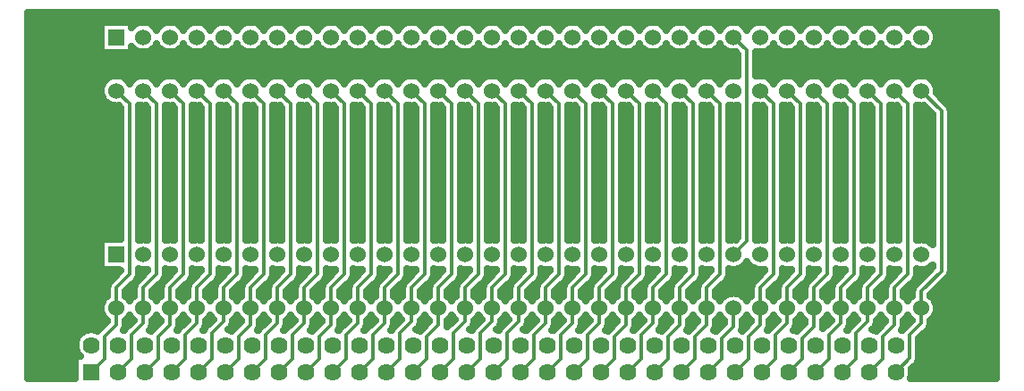
<source format=gbr>
G04 DipTrace 3.2.0.1*
G04 Top.gbr*
%MOMM*%
G04 #@! TF.FileFunction,Copper,L1,Top*
G04 #@! TF.Part,Single*
G04 #@! TA.AperFunction,Conductor*
%ADD14C,0.33*%
G04 #@! TA.AperFunction,CopperBalancing*
%ADD15C,0.635*%
G04 #@! TA.AperFunction,ComponentPad*
%ADD16C,1.62*%
%ADD17R,1.62X1.62*%
%ADD18C,1.524*%
%ADD19R,1.524X1.524*%
%FSLAX35Y35*%
G04*
G71*
G90*
G75*
G01*
G04 Top*
%LPD*%
X7779497Y2270133D2*
D14*
X7905199Y2395836D1*
Y4208397D1*
X7779497Y4334100D1*
X1937497Y1762133D2*
Y1604087D1*
X1825587Y1492177D1*
Y1285807D1*
X1698573Y1158793D1*
X1937497Y1762133D2*
Y1956983D1*
X2063199Y2082685D1*
Y3700397D1*
X1937497Y3826100D1*
X2191497Y1762133D2*
Y1619937D1*
X2079613Y1508053D1*
Y1285833D1*
X1952573Y1158793D1*
X2191497Y1762133D2*
Y1956983D1*
X2317199Y2082685D1*
Y3700397D1*
X2191497Y3826100D1*
X2445497Y1762133D2*
Y1604033D1*
X2333640Y1492177D1*
Y1285860D1*
X2206573Y1158793D1*
X2445497Y1762133D2*
Y1956983D1*
X2571199Y2082685D1*
Y3700397D1*
X2445497Y3826100D1*
X2699497Y1762133D2*
Y1619883D1*
X2587667Y1508053D1*
Y1285887D1*
X2460573Y1158793D1*
X2699497Y1762133D2*
Y1956983D1*
X2825199Y2082685D1*
Y3700397D1*
X2699497Y3826100D1*
X2953497Y1762133D2*
Y1635733D1*
X2841693Y1523930D1*
Y1285913D1*
X2714573Y1158793D1*
X2953497Y1762133D2*
Y1956983D1*
X3079199Y2082685D1*
Y3700397D1*
X2953497Y3826100D1*
X3207497Y1762133D2*
Y1603953D1*
X3095720Y1492177D1*
Y1285940D1*
X2968573Y1158793D1*
X3207497Y1762133D2*
Y1956983D1*
X3333199Y2082685D1*
Y3700397D1*
X3207497Y3826100D1*
X3461497Y1762133D2*
Y1619803D1*
X3349747Y1508053D1*
Y1285967D1*
X3222573Y1158793D1*
X3461497Y1762133D2*
Y1956983D1*
X3587199Y2082685D1*
Y3700397D1*
X3461497Y3826100D1*
X3715497Y1762133D2*
Y1619777D1*
X3603773Y1508053D1*
Y1285993D1*
X3476573Y1158793D1*
X3715497Y1762133D2*
Y1956983D1*
X3841199Y2082685D1*
Y3700397D1*
X3715497Y3826100D1*
X3969497Y1762133D2*
Y1603873D1*
X3857800Y1492177D1*
Y1286020D1*
X3730573Y1158793D1*
X3969497Y1762133D2*
Y1956983D1*
X4095199Y2082685D1*
Y3700397D1*
X3969497Y3826100D1*
X4223497Y1762133D2*
Y1619723D1*
X4111827Y1508053D1*
Y1286047D1*
X3984573Y1158793D1*
X4223497Y1762133D2*
Y1956983D1*
X4349199Y2082685D1*
Y3700397D1*
X4223497Y3826100D1*
X4477497Y1762133D2*
Y1619697D1*
X4365853Y1508053D1*
Y1286073D1*
X4238573Y1158793D1*
X4477497Y1762133D2*
Y1956983D1*
X4603199Y2082685D1*
Y3700397D1*
X4477497Y3826100D1*
X4731497Y1762133D2*
Y1635547D1*
X4619880Y1523930D1*
Y1286100D1*
X4492573Y1158793D1*
X4731497Y1762133D2*
Y1956983D1*
X4857199Y2082685D1*
Y3700397D1*
X4731497Y3826100D1*
X4985497Y1762133D2*
Y1603767D1*
X4873907Y1492177D1*
Y1286127D1*
X4746573Y1158793D1*
X4985497Y1762133D2*
Y1956983D1*
X5111199Y2082685D1*
Y3700397D1*
X4985497Y3826100D1*
X5239497Y1762133D2*
Y1635493D1*
X5127933Y1523930D1*
Y1286153D1*
X5000573Y1158793D1*
X5239497Y1762133D2*
Y1956983D1*
X5365199Y2082685D1*
Y3700397D1*
X5239497Y3826100D1*
X5493497Y1762133D2*
Y1635467D1*
X5381960Y1523930D1*
Y1286180D1*
X5254573Y1158793D1*
X5493497Y1762133D2*
Y1956983D1*
X5619199Y2082685D1*
Y3700397D1*
X5493497Y3826100D1*
X5747497Y1762133D2*
Y1635440D1*
X5635987Y1523930D1*
Y1286207D1*
X5508573Y1158793D1*
X5747497Y1762133D2*
Y1956983D1*
X5873199Y2082685D1*
Y3700397D1*
X5747497Y3826100D1*
X6001497Y1762133D2*
Y1619537D1*
X5890013Y1508053D1*
Y1286233D1*
X5762573Y1158793D1*
X6001497Y1762133D2*
Y1956983D1*
X6127199Y2082685D1*
Y3700397D1*
X6001497Y3826100D1*
X6255497Y1762133D2*
Y1619510D1*
X6144040Y1508053D1*
Y1286260D1*
X6016573Y1158793D1*
X6255497Y1762133D2*
Y1956983D1*
X6381199Y2082685D1*
Y3700397D1*
X6255497Y3826100D1*
X6509497Y1762133D2*
Y1619483D1*
X6398067Y1508053D1*
Y1286287D1*
X6270573Y1158793D1*
X6509497Y1762133D2*
Y1956983D1*
X6635199Y2082685D1*
Y3700397D1*
X6509497Y3826100D1*
X6763497Y1762133D2*
Y1603580D1*
X6652093Y1492177D1*
Y1286313D1*
X6524573Y1158793D1*
X6763497Y1762133D2*
Y1956983D1*
X6889199Y2082685D1*
Y3700397D1*
X6763497Y3826100D1*
X7017497Y1762133D2*
Y1619430D1*
X6906120Y1508053D1*
Y1286340D1*
X6778573Y1158793D1*
X7017497Y1762133D2*
Y1956983D1*
X7143199Y2082685D1*
Y3700397D1*
X7017497Y3826100D1*
X7271497Y1762133D2*
Y1603527D1*
X7160147Y1492177D1*
Y1286367D1*
X7032573Y1158793D1*
X7271497Y1762133D2*
Y1956983D1*
X7397199Y2082685D1*
Y3700397D1*
X7271497Y3826100D1*
X7525497Y1762133D2*
Y1603500D1*
X7414173Y1492177D1*
Y1286393D1*
X7286573Y1158793D1*
X7525497Y1762133D2*
Y1956983D1*
X7651199Y2082685D1*
Y3700397D1*
X7525497Y3826100D1*
X7779497Y1762133D2*
Y1587597D1*
X7668200Y1476300D1*
Y1286420D1*
X7540573Y1158793D1*
X8033497Y1762133D2*
Y1603447D1*
X7922227Y1492177D1*
Y1286447D1*
X7794573Y1158793D1*
X8033497Y1762133D2*
Y1956983D1*
X8159199Y2082685D1*
Y3700397D1*
X8033497Y3826100D1*
X8287497Y1762133D2*
Y1619297D1*
X8176253Y1508053D1*
Y1286473D1*
X8048573Y1158793D1*
X8287497Y1762133D2*
Y1956983D1*
X8413199Y2082685D1*
Y3700397D1*
X8287497Y3826100D1*
X8541497Y1762133D2*
Y1587517D1*
X8430280Y1476300D1*
Y1286500D1*
X8302573Y1158793D1*
X8541497Y1762133D2*
Y1956983D1*
X8667199Y2082685D1*
Y3700397D1*
X8541497Y3826100D1*
X8795497Y1762133D2*
Y1619243D1*
X8684307Y1508053D1*
Y1286527D1*
X8556573Y1158793D1*
X8795497Y1762133D2*
Y1956983D1*
X8921199Y2082685D1*
Y3700397D1*
X8795497Y3826100D1*
X9049497Y1762133D2*
Y1635093D1*
X8938333Y1523930D1*
Y1286553D1*
X8810573Y1158793D1*
X9049497Y1762133D2*
Y1956983D1*
X9175199Y2082685D1*
Y3700397D1*
X9049497Y3826100D1*
X9303497Y1762133D2*
Y1603313D1*
X9192360Y1492177D1*
Y1286580D1*
X9064573Y1158793D1*
X9303497Y1762133D2*
Y1956983D1*
X9429199Y2082685D1*
Y3700397D1*
X9303497Y3826100D1*
X9557497Y1762133D2*
Y1619163D1*
X9446387Y1508053D1*
Y1286607D1*
X9318573Y1158793D1*
X9557497Y1762133D2*
Y1923980D1*
X9749201Y2115685D1*
Y3634395D1*
X9557497Y3826100D1*
X1104146Y4506593D2*
D15*
X10263177D1*
X1104146Y4443427D2*
X1787617D1*
X2290773D2*
X2346250D1*
X2544797D2*
X2600182D1*
X2798820D2*
X2854206D1*
X3052752D2*
X3108229D1*
X3306776D2*
X3362253D1*
X3560799D2*
X3616185D1*
X3814823D2*
X3870209D1*
X4068755D2*
X4124232D1*
X4322778D2*
X4378255D1*
X4576802D2*
X4632188D1*
X4830825D2*
X4886211D1*
X5084757D2*
X5140235D1*
X5338781D2*
X5394167D1*
X5592804D2*
X5648190D1*
X5846828D2*
X5902214D1*
X6100760D2*
X6156237D1*
X6354784D2*
X6410169D1*
X6608807D2*
X6664193D1*
X6862739D2*
X6918216D1*
X7116763D2*
X7172240D1*
X7370786D2*
X7426172D1*
X7624810D2*
X7680196D1*
X7878742D2*
X7934219D1*
X8132765D2*
X8188242D1*
X8386789D2*
X8442175D1*
X8640812D2*
X8696198D1*
X8894744D2*
X8950222D1*
X9148768D2*
X9204245D1*
X9402791D2*
X9458177D1*
X9656815D2*
X10263177D1*
X1104146Y4380260D2*
X1787617D1*
X9699744D2*
X10263177D1*
X1104146Y4317093D2*
X1787617D1*
X9706307D2*
X10263177D1*
X1104146Y4253927D2*
X1787617D1*
X9682882D2*
X10263177D1*
X1104146Y4190760D2*
X1787617D1*
X2087336D2*
X2178542D1*
X2204398D2*
X2432565D1*
X2458370D2*
X3702591D1*
X3728377D2*
X3956615D1*
X3982440D2*
X4210547D1*
X4236444D2*
X4464571D1*
X4490420D2*
X4718594D1*
X4744352D2*
X5734597D1*
X5760453D2*
X5988620D1*
X6014428D2*
X6242552D1*
X6268380D2*
X6496576D1*
X6522376D2*
X6750599D1*
X6776433D2*
X7797956D1*
X7995317D2*
X8020567D1*
X8046436D2*
X8274557D1*
X8300417D2*
X8528581D1*
X8554354D2*
X8782604D1*
X8808419D2*
X9036628D1*
X9062435D2*
X10263177D1*
X1104146Y4127593D2*
X7815091D1*
X7995317D2*
X10263177D1*
X1104146Y4064427D2*
X7815091D1*
X7995317D2*
X10263177D1*
X1104146Y4001260D2*
X7815091D1*
X7995317D2*
X10263177D1*
X1104146Y3938093D2*
X1841485D1*
X2033560D2*
X2095417D1*
X2287583D2*
X2349440D1*
X2541515D2*
X2603464D1*
X2795539D2*
X2857487D1*
X3049562D2*
X3111419D1*
X3303586D2*
X3365443D1*
X3557518D2*
X3619466D1*
X3811541D2*
X3873399D1*
X4065565D2*
X4127422D1*
X4319588D2*
X4381446D1*
X4573521D2*
X4635469D1*
X4827544D2*
X4889401D1*
X5081567D2*
X5143425D1*
X5335591D2*
X5397448D1*
X5589523D2*
X5651472D1*
X5843547D2*
X5905404D1*
X6097570D2*
X6159427D1*
X6351593D2*
X6413451D1*
X6605526D2*
X6667474D1*
X6859549D2*
X6921406D1*
X7113573D2*
X7175430D1*
X7367596D2*
X7429453D1*
X7621528D2*
X7683477D1*
X8129575D2*
X8191432D1*
X8383507D2*
X8445456D1*
X8637531D2*
X8699479D1*
X8891554D2*
X8953412D1*
X9145578D2*
X9207435D1*
X9399510D2*
X9461459D1*
X9653534D2*
X10263177D1*
X1104146Y3874927D2*
X1796185D1*
X9698742D2*
X10263177D1*
X1104146Y3811760D2*
X1788347D1*
X9706580D2*
X10263177D1*
X1104146Y3748593D2*
X1810404D1*
X9759810D2*
X10263177D1*
X1104146Y3685427D2*
X1902826D1*
X9821971D2*
X10263177D1*
X1104146Y3622260D2*
X1973099D1*
X2153325D2*
X2227031D1*
X2407349D2*
X2481055D1*
X2661372D2*
X2735078D1*
X2915304D2*
X2989102D1*
X3169328D2*
X3243034D1*
X3423351D2*
X3497057D1*
X3677375D2*
X3751081D1*
X3931307D2*
X4005104D1*
X4185330D2*
X4259037D1*
X4439354D2*
X4513060D1*
X4693377D2*
X4767084D1*
X4947310D2*
X5021016D1*
X5201333D2*
X5275039D1*
X5455356D2*
X5529063D1*
X5709380D2*
X5783086D1*
X5963312D2*
X6037018D1*
X6217336D2*
X6291042D1*
X6471359D2*
X6545065D1*
X6725382D2*
X6799089D1*
X6979315D2*
X7053021D1*
X7233338D2*
X7307044D1*
X7487362D2*
X7561068D1*
X7741294D2*
X7815091D1*
X7995317D2*
X8069024D1*
X8249341D2*
X8323047D1*
X8503364D2*
X8577071D1*
X8757297D2*
X8831094D1*
X9011320D2*
X9085026D1*
X9265343D2*
X9339050D1*
X9519367D2*
X9636459D1*
X9839380D2*
X10263177D1*
X1104146Y3559093D2*
X1973099D1*
X2153325D2*
X2227031D1*
X2407349D2*
X2481055D1*
X2661372D2*
X2735078D1*
X2915304D2*
X2989102D1*
X3169328D2*
X3243034D1*
X3423351D2*
X3497057D1*
X3677375D2*
X3751081D1*
X3931307D2*
X4005104D1*
X4185330D2*
X4259037D1*
X4439354D2*
X4513060D1*
X4693377D2*
X4767084D1*
X4947310D2*
X5021016D1*
X5201333D2*
X5275039D1*
X5455356D2*
X5529063D1*
X5709380D2*
X5783086D1*
X5963312D2*
X6037018D1*
X6217336D2*
X6291042D1*
X6471359D2*
X6545065D1*
X6725382D2*
X6799089D1*
X6979315D2*
X7053021D1*
X7233338D2*
X7307044D1*
X7487362D2*
X7561068D1*
X7741294D2*
X7815091D1*
X7995317D2*
X8069024D1*
X8249341D2*
X8323047D1*
X8503364D2*
X8577071D1*
X8757297D2*
X8831094D1*
X9011320D2*
X9085026D1*
X9265343D2*
X9339050D1*
X9519367D2*
X9659063D1*
X9839380D2*
X10263177D1*
X1104146Y3495927D2*
X1973099D1*
X2153325D2*
X2227031D1*
X2407349D2*
X2481055D1*
X2661372D2*
X2735078D1*
X2915304D2*
X2989102D1*
X3169328D2*
X3243034D1*
X3423351D2*
X3497057D1*
X3677375D2*
X3751081D1*
X3931307D2*
X4005104D1*
X4185330D2*
X4259037D1*
X4439354D2*
X4513060D1*
X4693377D2*
X4767084D1*
X4947310D2*
X5021016D1*
X5201333D2*
X5275039D1*
X5455356D2*
X5529063D1*
X5709380D2*
X5783086D1*
X5963312D2*
X6037018D1*
X6217336D2*
X6291042D1*
X6471359D2*
X6545065D1*
X6725382D2*
X6799089D1*
X6979315D2*
X7053021D1*
X7233338D2*
X7307044D1*
X7487362D2*
X7561068D1*
X7741294D2*
X7815091D1*
X7995317D2*
X8069024D1*
X8249341D2*
X8323047D1*
X8503364D2*
X8577071D1*
X8757297D2*
X8831094D1*
X9011320D2*
X9085026D1*
X9265343D2*
X9339050D1*
X9519367D2*
X9659063D1*
X9839380D2*
X10263177D1*
X1104146Y3432760D2*
X1973099D1*
X2153325D2*
X2227031D1*
X2407349D2*
X2481055D1*
X2661372D2*
X2735078D1*
X2915304D2*
X2989102D1*
X3169328D2*
X3243034D1*
X3423351D2*
X3497057D1*
X3677375D2*
X3751081D1*
X3931307D2*
X4005104D1*
X4185330D2*
X4259037D1*
X4439354D2*
X4513060D1*
X4693377D2*
X4767084D1*
X4947310D2*
X5021016D1*
X5201333D2*
X5275039D1*
X5455356D2*
X5529063D1*
X5709380D2*
X5783086D1*
X5963312D2*
X6037018D1*
X6217336D2*
X6291042D1*
X6471359D2*
X6545065D1*
X6725382D2*
X6799089D1*
X6979315D2*
X7053021D1*
X7233338D2*
X7307044D1*
X7487362D2*
X7561068D1*
X7741294D2*
X7815091D1*
X7995317D2*
X8069024D1*
X8249341D2*
X8323047D1*
X8503364D2*
X8577071D1*
X8757297D2*
X8831094D1*
X9011320D2*
X9085026D1*
X9265343D2*
X9339050D1*
X9519367D2*
X9659063D1*
X9839380D2*
X10263177D1*
X1104146Y3369593D2*
X1973099D1*
X2153325D2*
X2227031D1*
X2407349D2*
X2481055D1*
X2661372D2*
X2735078D1*
X2915304D2*
X2989102D1*
X3169328D2*
X3243034D1*
X3423351D2*
X3497057D1*
X3677375D2*
X3751081D1*
X3931307D2*
X4005104D1*
X4185330D2*
X4259037D1*
X4439354D2*
X4513060D1*
X4693377D2*
X4767084D1*
X4947310D2*
X5021016D1*
X5201333D2*
X5275039D1*
X5455356D2*
X5529063D1*
X5709380D2*
X5783086D1*
X5963312D2*
X6037018D1*
X6217336D2*
X6291042D1*
X6471359D2*
X6545065D1*
X6725382D2*
X6799089D1*
X6979315D2*
X7053021D1*
X7233338D2*
X7307044D1*
X7487362D2*
X7561068D1*
X7741294D2*
X7815091D1*
X7995317D2*
X8069024D1*
X8249341D2*
X8323047D1*
X8503364D2*
X8577071D1*
X8757297D2*
X8831094D1*
X9011320D2*
X9085026D1*
X9265343D2*
X9339050D1*
X9519367D2*
X9659063D1*
X9839380D2*
X10263177D1*
X1104146Y3306427D2*
X1973099D1*
X2153325D2*
X2227031D1*
X2407349D2*
X2481055D1*
X2661372D2*
X2735078D1*
X2915304D2*
X2989102D1*
X3169328D2*
X3243034D1*
X3423351D2*
X3497057D1*
X3677375D2*
X3751081D1*
X3931307D2*
X4005104D1*
X4185330D2*
X4259037D1*
X4439354D2*
X4513060D1*
X4693377D2*
X4767084D1*
X4947310D2*
X5021016D1*
X5201333D2*
X5275039D1*
X5455356D2*
X5529063D1*
X5709380D2*
X5783086D1*
X5963312D2*
X6037018D1*
X6217336D2*
X6291042D1*
X6471359D2*
X6545065D1*
X6725382D2*
X6799089D1*
X6979315D2*
X7053021D1*
X7233338D2*
X7307044D1*
X7487362D2*
X7561068D1*
X7741294D2*
X7815091D1*
X7995317D2*
X8069024D1*
X8249341D2*
X8323047D1*
X8503364D2*
X8577071D1*
X8757297D2*
X8831094D1*
X9011320D2*
X9085026D1*
X9265343D2*
X9339050D1*
X9519367D2*
X9659063D1*
X9839380D2*
X10263177D1*
X1104146Y3243260D2*
X1973099D1*
X2153325D2*
X2227031D1*
X2407349D2*
X2481055D1*
X2661372D2*
X2735078D1*
X2915304D2*
X2989102D1*
X3169328D2*
X3243034D1*
X3423351D2*
X3497057D1*
X3677375D2*
X3751081D1*
X3931307D2*
X4005104D1*
X4185330D2*
X4259037D1*
X4439354D2*
X4513060D1*
X4693377D2*
X4767084D1*
X4947310D2*
X5021016D1*
X5201333D2*
X5275039D1*
X5455356D2*
X5529063D1*
X5709380D2*
X5783086D1*
X5963312D2*
X6037018D1*
X6217336D2*
X6291042D1*
X6471359D2*
X6545065D1*
X6725382D2*
X6799089D1*
X6979315D2*
X7053021D1*
X7233338D2*
X7307044D1*
X7487362D2*
X7561068D1*
X7741294D2*
X7815091D1*
X7995317D2*
X8069024D1*
X8249341D2*
X8323047D1*
X8503364D2*
X8577071D1*
X8757297D2*
X8831094D1*
X9011320D2*
X9085026D1*
X9265343D2*
X9339050D1*
X9519367D2*
X9659063D1*
X9839380D2*
X10263177D1*
X1104146Y3180093D2*
X1973099D1*
X2153325D2*
X2227031D1*
X2407349D2*
X2481055D1*
X2661372D2*
X2735078D1*
X2915304D2*
X2989102D1*
X3169328D2*
X3243034D1*
X3423351D2*
X3497057D1*
X3677375D2*
X3751081D1*
X3931307D2*
X4005104D1*
X4185330D2*
X4259037D1*
X4439354D2*
X4513060D1*
X4693377D2*
X4767084D1*
X4947310D2*
X5021016D1*
X5201333D2*
X5275039D1*
X5455356D2*
X5529063D1*
X5709380D2*
X5783086D1*
X5963312D2*
X6037018D1*
X6217336D2*
X6291042D1*
X6471359D2*
X6545065D1*
X6725382D2*
X6799089D1*
X6979315D2*
X7053021D1*
X7233338D2*
X7307044D1*
X7487362D2*
X7561068D1*
X7741294D2*
X7815091D1*
X7995317D2*
X8069024D1*
X8249341D2*
X8323047D1*
X8503364D2*
X8577071D1*
X8757297D2*
X8831094D1*
X9011320D2*
X9085026D1*
X9265343D2*
X9339050D1*
X9519367D2*
X9659063D1*
X9839380D2*
X10263177D1*
X1104146Y3116927D2*
X1973099D1*
X2153325D2*
X2227031D1*
X2407349D2*
X2481055D1*
X2661372D2*
X2735078D1*
X2915304D2*
X2989102D1*
X3169328D2*
X3243034D1*
X3423351D2*
X3497057D1*
X3677375D2*
X3751081D1*
X3931307D2*
X4005104D1*
X4185330D2*
X4259037D1*
X4439354D2*
X4513060D1*
X4693377D2*
X4767084D1*
X4947310D2*
X5021016D1*
X5201333D2*
X5275039D1*
X5455356D2*
X5529063D1*
X5709380D2*
X5783086D1*
X5963312D2*
X6037018D1*
X6217336D2*
X6291042D1*
X6471359D2*
X6545065D1*
X6725382D2*
X6799089D1*
X6979315D2*
X7053021D1*
X7233338D2*
X7307044D1*
X7487362D2*
X7561068D1*
X7741294D2*
X7815091D1*
X7995317D2*
X8069024D1*
X8249341D2*
X8323047D1*
X8503364D2*
X8577071D1*
X8757297D2*
X8831094D1*
X9011320D2*
X9085026D1*
X9265343D2*
X9339050D1*
X9519367D2*
X9659063D1*
X9839380D2*
X10263177D1*
X1104146Y3053760D2*
X1973099D1*
X2153325D2*
X2227031D1*
X2407349D2*
X2481055D1*
X2661372D2*
X2735078D1*
X2915304D2*
X2989102D1*
X3169328D2*
X3243034D1*
X3423351D2*
X3497057D1*
X3677375D2*
X3751081D1*
X3931307D2*
X4005104D1*
X4185330D2*
X4259037D1*
X4439354D2*
X4513060D1*
X4693377D2*
X4767084D1*
X4947310D2*
X5021016D1*
X5201333D2*
X5275039D1*
X5455356D2*
X5529063D1*
X5709380D2*
X5783086D1*
X5963312D2*
X6037018D1*
X6217336D2*
X6291042D1*
X6471359D2*
X6545065D1*
X6725382D2*
X6799089D1*
X6979315D2*
X7053021D1*
X7233338D2*
X7307044D1*
X7487362D2*
X7561068D1*
X7741294D2*
X7815091D1*
X7995317D2*
X8069024D1*
X8249341D2*
X8323047D1*
X8503364D2*
X8577071D1*
X8757297D2*
X8831094D1*
X9011320D2*
X9085026D1*
X9265343D2*
X9339050D1*
X9519367D2*
X9659063D1*
X9839380D2*
X10263177D1*
X1104146Y2990593D2*
X1973099D1*
X2153325D2*
X2227031D1*
X2407349D2*
X2481055D1*
X2661372D2*
X2735078D1*
X2915304D2*
X2989102D1*
X3169328D2*
X3243034D1*
X3423351D2*
X3497057D1*
X3677375D2*
X3751081D1*
X3931307D2*
X4005104D1*
X4185330D2*
X4259037D1*
X4439354D2*
X4513060D1*
X4693377D2*
X4767084D1*
X4947310D2*
X5021016D1*
X5201333D2*
X5275039D1*
X5455356D2*
X5529063D1*
X5709380D2*
X5783086D1*
X5963312D2*
X6037018D1*
X6217336D2*
X6291042D1*
X6471359D2*
X6545065D1*
X6725382D2*
X6799089D1*
X6979315D2*
X7053021D1*
X7233338D2*
X7307044D1*
X7487362D2*
X7561068D1*
X7741294D2*
X7815091D1*
X7995317D2*
X8069024D1*
X8249341D2*
X8323047D1*
X8503364D2*
X8577071D1*
X8757297D2*
X8831094D1*
X9011320D2*
X9085026D1*
X9265343D2*
X9339050D1*
X9519367D2*
X9659063D1*
X9839380D2*
X10263177D1*
X1104146Y2927427D2*
X1973099D1*
X2153325D2*
X2227031D1*
X2407349D2*
X2481055D1*
X2661372D2*
X2735078D1*
X2915304D2*
X2989102D1*
X3169328D2*
X3243034D1*
X3423351D2*
X3497057D1*
X3677375D2*
X3751081D1*
X3931307D2*
X4005104D1*
X4185330D2*
X4259037D1*
X4439354D2*
X4513060D1*
X4693377D2*
X4767084D1*
X4947310D2*
X5021016D1*
X5201333D2*
X5275039D1*
X5455356D2*
X5529063D1*
X5709380D2*
X5783086D1*
X5963312D2*
X6037018D1*
X6217336D2*
X6291042D1*
X6471359D2*
X6545065D1*
X6725382D2*
X6799089D1*
X6979315D2*
X7053021D1*
X7233338D2*
X7307044D1*
X7487362D2*
X7561068D1*
X7741294D2*
X7815091D1*
X7995317D2*
X8069024D1*
X8249341D2*
X8323047D1*
X8503364D2*
X8577071D1*
X8757297D2*
X8831094D1*
X9011320D2*
X9085026D1*
X9265343D2*
X9339050D1*
X9519367D2*
X9659063D1*
X9839380D2*
X10263177D1*
X1104146Y2864260D2*
X1973099D1*
X2153325D2*
X2227031D1*
X2407349D2*
X2481055D1*
X2661372D2*
X2735078D1*
X2915304D2*
X2989102D1*
X3169328D2*
X3243034D1*
X3423351D2*
X3497057D1*
X3677375D2*
X3751081D1*
X3931307D2*
X4005104D1*
X4185330D2*
X4259037D1*
X4439354D2*
X4513060D1*
X4693377D2*
X4767084D1*
X4947310D2*
X5021016D1*
X5201333D2*
X5275039D1*
X5455356D2*
X5529063D1*
X5709380D2*
X5783086D1*
X5963312D2*
X6037018D1*
X6217336D2*
X6291042D1*
X6471359D2*
X6545065D1*
X6725382D2*
X6799089D1*
X6979315D2*
X7053021D1*
X7233338D2*
X7307044D1*
X7487362D2*
X7561068D1*
X7741294D2*
X7815091D1*
X7995317D2*
X8069024D1*
X8249341D2*
X8323047D1*
X8503364D2*
X8577071D1*
X8757297D2*
X8831094D1*
X9011320D2*
X9085026D1*
X9265343D2*
X9339050D1*
X9519367D2*
X9659063D1*
X9839380D2*
X10263177D1*
X1104146Y2801093D2*
X1973099D1*
X2153325D2*
X2227031D1*
X2407349D2*
X2481055D1*
X2661372D2*
X2735078D1*
X2915304D2*
X2989102D1*
X3169328D2*
X3243034D1*
X3423351D2*
X3497057D1*
X3677375D2*
X3751081D1*
X3931307D2*
X4005104D1*
X4185330D2*
X4259037D1*
X4439354D2*
X4513060D1*
X4693377D2*
X4767084D1*
X4947310D2*
X5021016D1*
X5201333D2*
X5275039D1*
X5455356D2*
X5529063D1*
X5709380D2*
X5783086D1*
X5963312D2*
X6037018D1*
X6217336D2*
X6291042D1*
X6471359D2*
X6545065D1*
X6725382D2*
X6799089D1*
X6979315D2*
X7053021D1*
X7233338D2*
X7307044D1*
X7487362D2*
X7561068D1*
X7741294D2*
X7815091D1*
X7995317D2*
X8069024D1*
X8249341D2*
X8323047D1*
X8503364D2*
X8577071D1*
X8757297D2*
X8831094D1*
X9011320D2*
X9085026D1*
X9265343D2*
X9339050D1*
X9519367D2*
X9659063D1*
X9839380D2*
X10263177D1*
X1104146Y2737927D2*
X1973099D1*
X2153325D2*
X2227031D1*
X2407349D2*
X2481055D1*
X2661372D2*
X2735078D1*
X2915304D2*
X2989102D1*
X3169328D2*
X3243034D1*
X3423351D2*
X3497057D1*
X3677375D2*
X3751081D1*
X3931307D2*
X4005104D1*
X4185330D2*
X4259037D1*
X4439354D2*
X4513060D1*
X4693377D2*
X4767084D1*
X4947310D2*
X5021016D1*
X5201333D2*
X5275039D1*
X5455356D2*
X5529063D1*
X5709380D2*
X5783086D1*
X5963312D2*
X6037018D1*
X6217336D2*
X6291042D1*
X6471359D2*
X6545065D1*
X6725382D2*
X6799089D1*
X6979315D2*
X7053021D1*
X7233338D2*
X7307044D1*
X7487362D2*
X7561068D1*
X7741294D2*
X7815091D1*
X7995317D2*
X8069024D1*
X8249341D2*
X8323047D1*
X8503364D2*
X8577071D1*
X8757297D2*
X8831094D1*
X9011320D2*
X9085026D1*
X9265343D2*
X9339050D1*
X9519367D2*
X9659063D1*
X9839380D2*
X10263177D1*
X1104146Y2674760D2*
X1973099D1*
X2153325D2*
X2227031D1*
X2407349D2*
X2481055D1*
X2661372D2*
X2735078D1*
X2915304D2*
X2989102D1*
X3169328D2*
X3243034D1*
X3423351D2*
X3497057D1*
X3677375D2*
X3751081D1*
X3931307D2*
X4005104D1*
X4185330D2*
X4259037D1*
X4439354D2*
X4513060D1*
X4693377D2*
X4767084D1*
X4947310D2*
X5021016D1*
X5201333D2*
X5275039D1*
X5455356D2*
X5529063D1*
X5709380D2*
X5783086D1*
X5963312D2*
X6037018D1*
X6217336D2*
X6291042D1*
X6471359D2*
X6545065D1*
X6725382D2*
X6799089D1*
X6979315D2*
X7053021D1*
X7233338D2*
X7307044D1*
X7487362D2*
X7561068D1*
X7741294D2*
X7815091D1*
X7995317D2*
X8069024D1*
X8249341D2*
X8323047D1*
X8503364D2*
X8577071D1*
X8757297D2*
X8831094D1*
X9011320D2*
X9085026D1*
X9265343D2*
X9339050D1*
X9519367D2*
X9659063D1*
X9839380D2*
X10263177D1*
X1104146Y2611593D2*
X1973099D1*
X2153325D2*
X2227031D1*
X2407349D2*
X2481055D1*
X2661372D2*
X2735078D1*
X2915304D2*
X2989102D1*
X3169328D2*
X3243034D1*
X3423351D2*
X3497057D1*
X3677375D2*
X3751081D1*
X3931307D2*
X4005104D1*
X4185330D2*
X4259037D1*
X4439354D2*
X4513060D1*
X4693377D2*
X4767084D1*
X4947310D2*
X5021016D1*
X5201333D2*
X5275039D1*
X5455356D2*
X5529063D1*
X5709380D2*
X5783086D1*
X5963312D2*
X6037018D1*
X6217336D2*
X6291042D1*
X6471359D2*
X6545065D1*
X6725382D2*
X6799089D1*
X6979315D2*
X7053021D1*
X7233338D2*
X7307044D1*
X7487362D2*
X7561068D1*
X7741294D2*
X7815091D1*
X7995317D2*
X8069024D1*
X8249341D2*
X8323047D1*
X8503364D2*
X8577071D1*
X8757297D2*
X8831094D1*
X9011320D2*
X9085026D1*
X9265343D2*
X9339050D1*
X9519367D2*
X9659063D1*
X9839380D2*
X10263177D1*
X1104146Y2548427D2*
X1973099D1*
X2153325D2*
X2227031D1*
X2407349D2*
X2481055D1*
X2661372D2*
X2735078D1*
X2915304D2*
X2989102D1*
X3169328D2*
X3243034D1*
X3423351D2*
X3497057D1*
X3677375D2*
X3751081D1*
X3931307D2*
X4005104D1*
X4185330D2*
X4259037D1*
X4439354D2*
X4513060D1*
X4693377D2*
X4767084D1*
X4947310D2*
X5021016D1*
X5201333D2*
X5275039D1*
X5455356D2*
X5529063D1*
X5709380D2*
X5783086D1*
X5963312D2*
X6037018D1*
X6217336D2*
X6291042D1*
X6471359D2*
X6545065D1*
X6725382D2*
X6799089D1*
X6979315D2*
X7053021D1*
X7233338D2*
X7307044D1*
X7487362D2*
X7561068D1*
X7741294D2*
X7815091D1*
X7995317D2*
X8069024D1*
X8249341D2*
X8323047D1*
X8503364D2*
X8577071D1*
X8757297D2*
X8831094D1*
X9011320D2*
X9085026D1*
X9265343D2*
X9339050D1*
X9519367D2*
X9659063D1*
X9839380D2*
X10263177D1*
X1104146Y2485260D2*
X1973099D1*
X2153325D2*
X2227031D1*
X2407349D2*
X2481055D1*
X2661372D2*
X2735078D1*
X2915304D2*
X2989102D1*
X3169328D2*
X3243034D1*
X3423351D2*
X3497057D1*
X3677375D2*
X3751081D1*
X3931307D2*
X4005104D1*
X4185330D2*
X4259037D1*
X4439354D2*
X4513060D1*
X4693377D2*
X4767084D1*
X4947310D2*
X5021016D1*
X5201333D2*
X5275039D1*
X5455356D2*
X5529063D1*
X5709380D2*
X5783086D1*
X5963312D2*
X6037018D1*
X6217336D2*
X6291042D1*
X6471359D2*
X6545065D1*
X6725382D2*
X6799089D1*
X6979315D2*
X7053021D1*
X7233338D2*
X7307044D1*
X7487362D2*
X7561068D1*
X7741294D2*
X7815091D1*
X7995317D2*
X8069024D1*
X8249341D2*
X8323047D1*
X8503364D2*
X8577071D1*
X8757297D2*
X8831094D1*
X9011320D2*
X9085026D1*
X9265343D2*
X9339050D1*
X9519367D2*
X9659063D1*
X9839380D2*
X10263177D1*
X1104146Y2422093D2*
X1973099D1*
X2153325D2*
X2227031D1*
X2407349D2*
X2481055D1*
X2661372D2*
X2735078D1*
X2915304D2*
X2989102D1*
X3169328D2*
X3243034D1*
X3423351D2*
X3497057D1*
X3677375D2*
X3751081D1*
X3931307D2*
X4005104D1*
X4185330D2*
X4259037D1*
X4439354D2*
X4513060D1*
X4693377D2*
X4767084D1*
X4947310D2*
X5021016D1*
X5201333D2*
X5275039D1*
X5455356D2*
X5529063D1*
X5709380D2*
X5783086D1*
X5963312D2*
X6037018D1*
X6217336D2*
X6291042D1*
X6471359D2*
X6545065D1*
X6725382D2*
X6799089D1*
X6979315D2*
X7053021D1*
X7233338D2*
X7307044D1*
X7487362D2*
X7561068D1*
X7741294D2*
X7806615D1*
X7995317D2*
X8069024D1*
X8249341D2*
X8323047D1*
X8503364D2*
X8577071D1*
X8757297D2*
X8831094D1*
X9011320D2*
X9085026D1*
X9265343D2*
X9339050D1*
X9519367D2*
X9659063D1*
X9839380D2*
X10263177D1*
X1104146Y2358927D2*
X1787617D1*
X9839380D2*
X10263177D1*
X1104146Y2295760D2*
X1787617D1*
X9839380D2*
X10263177D1*
X1104146Y2232593D2*
X1787617D1*
X9839380D2*
X10263177D1*
X1104146Y2169427D2*
X1787617D1*
X7888039D2*
X7924922D1*
X9839380D2*
X10263177D1*
X1104146Y2106260D2*
X1961888D1*
X2153325D2*
X2215912D1*
X2407349D2*
X2469935D1*
X2661372D2*
X2723959D1*
X2915304D2*
X2977891D1*
X3169328D2*
X3231914D1*
X3423351D2*
X3485938D1*
X3677375D2*
X3739961D1*
X3931307D2*
X3993893D1*
X4185330D2*
X4247917D1*
X4439354D2*
X4501940D1*
X4693377D2*
X4755964D1*
X4947310D2*
X5009896D1*
X5201333D2*
X5263919D1*
X5455356D2*
X5517943D1*
X5709380D2*
X5771966D1*
X5963312D2*
X6025899D1*
X6217336D2*
X6279922D1*
X6471359D2*
X6533946D1*
X6725382D2*
X6787969D1*
X6979315D2*
X7041901D1*
X7233338D2*
X7295925D1*
X7487362D2*
X7549948D1*
X7741294D2*
X8057904D1*
X8249341D2*
X8311927D1*
X8503364D2*
X8565951D1*
X8757297D2*
X8819883D1*
X9011320D2*
X9073906D1*
X9265343D2*
X9327930D1*
X9519367D2*
X9614948D1*
X9838833D2*
X10263177D1*
X1104146Y2043093D2*
X1898724D1*
X7731359D2*
X7994740D1*
X9509432D2*
X9551784D1*
X9801463D2*
X10263177D1*
X1104146Y1979927D2*
X1850599D1*
X2085330D2*
X2104489D1*
X2339263D2*
X2358555D1*
X2593286D2*
X2612578D1*
X2847310D2*
X2866602D1*
X3101333D2*
X3120568D1*
X3355265D2*
X3374530D1*
X3609289D2*
X3628550D1*
X3863312D2*
X3882557D1*
X4117244D2*
X4136591D1*
X4371268D2*
X4390577D1*
X4625291D2*
X4644584D1*
X4879315D2*
X4898516D1*
X5133247D2*
X5152539D1*
X5387271D2*
X5406562D1*
X5641294D2*
X5660569D1*
X5895317D2*
X5914507D1*
X6149250D2*
X6168579D1*
X6403273D2*
X6422572D1*
X6657297D2*
X6676589D1*
X6911320D2*
X6930521D1*
X7165252D2*
X7184544D1*
X7419276D2*
X7438568D1*
X7673299D2*
X7946524D1*
X8181255D2*
X8200581D1*
X8435278D2*
X8454606D1*
X8689302D2*
X8708538D1*
X8943325D2*
X8962526D1*
X9197257D2*
X9216550D1*
X9451281D2*
X9488802D1*
X9738299D2*
X10263177D1*
X1104146Y1916760D2*
X1847318D1*
X2027635D2*
X2101341D1*
X2281659D2*
X2355365D1*
X2535682D2*
X2609388D1*
X2789614D2*
X2863321D1*
X3043638D2*
X3117344D1*
X3297661D2*
X3371367D1*
X3551593D2*
X3625391D1*
X3805617D2*
X3879323D1*
X4059640D2*
X4133347D1*
X4313664D2*
X4387370D1*
X4567596D2*
X4641393D1*
X4821619D2*
X4895326D1*
X5075643D2*
X5149349D1*
X5329666D2*
X5403373D1*
X5583599D2*
X5657396D1*
X5837622D2*
X5911328D1*
X6091646D2*
X6165352D1*
X6345669D2*
X6419375D1*
X6599601D2*
X6673399D1*
X6853625D2*
X6927331D1*
X7107648D2*
X7181354D1*
X7361672D2*
X7435378D1*
X7615604D2*
X7943334D1*
X8123651D2*
X8197357D1*
X8377674D2*
X8451380D1*
X8631606D2*
X8705313D1*
X8885630D2*
X8959336D1*
X9139653D2*
X9213360D1*
X9393677D2*
X9467383D1*
X9675135D2*
X10263177D1*
X1104146Y1853593D2*
X1820612D1*
X2054432D2*
X2074544D1*
X2308455D2*
X2328568D1*
X2562388D2*
X2582611D1*
X2816411D2*
X2836615D1*
X3070435D2*
X3090583D1*
X3324367D2*
X3344555D1*
X3578390D2*
X3598633D1*
X3832414D2*
X3852617D1*
X4086437D2*
X4106550D1*
X4340369D2*
X4360573D1*
X4594393D2*
X4614540D1*
X4848416D2*
X4868542D1*
X5102440D2*
X5122602D1*
X5356372D2*
X5376633D1*
X5610396D2*
X5630559D1*
X5864419D2*
X5884579D1*
X6118442D2*
X6138555D1*
X6372375D2*
X6392578D1*
X6626398D2*
X6646602D1*
X6880422D2*
X6900545D1*
X7134445D2*
X7154591D1*
X7388377D2*
X7408554D1*
X7642401D2*
X7662523D1*
X7896424D2*
X7916548D1*
X8150448D2*
X8170560D1*
X8404380D2*
X8424584D1*
X8658403D2*
X8678607D1*
X8912427D2*
X8932539D1*
X9166450D2*
X9186525D1*
X9420382D2*
X9440608D1*
X9674406D2*
X10263177D1*
X1104146Y1790427D2*
X1790443D1*
X9704484D2*
X10263177D1*
X1104146Y1727260D2*
X1791992D1*
X9703026D2*
X10263177D1*
X1104146Y1664093D2*
X1826354D1*
X2048599D2*
X2080378D1*
X2302622D2*
X2334401D1*
X2556646D2*
X2588334D1*
X2810578D2*
X2842357D1*
X3064601D2*
X3096353D1*
X3318625D2*
X3350404D1*
X3572648D2*
X3604336D1*
X3826580D2*
X3858360D1*
X4080604D2*
X4112383D1*
X4334627D2*
X4366406D1*
X4588651D2*
X4620339D1*
X4842583D2*
X4874362D1*
X5096606D2*
X5128386D1*
X5350630D2*
X5382409D1*
X5604653D2*
X5636341D1*
X5858586D2*
X5890365D1*
X6112609D2*
X6144388D1*
X6366632D2*
X6398412D1*
X6620656D2*
X6652344D1*
X6874588D2*
X6906367D1*
X7128612D2*
X7160391D1*
X7382635D2*
X7414296D1*
X7636659D2*
X7668347D1*
X7890591D2*
X7922370D1*
X8144614D2*
X8176393D1*
X8398638D2*
X8430417D1*
X8652661D2*
X8684349D1*
X8906593D2*
X8938373D1*
X9160617D2*
X9192396D1*
X9414640D2*
X9446328D1*
X9668664D2*
X10263177D1*
X1104146Y1600927D2*
X1809492D1*
X2027544D2*
X2047612D1*
X2279471D2*
X2317539D1*
X2535591D2*
X2555759D1*
X3036073D2*
X3079610D1*
X3297570D2*
X3317859D1*
X3549497D2*
X3571797D1*
X3803521D2*
X3841680D1*
X4059549D2*
X4079844D1*
X4311476D2*
X4333820D1*
X4814146D2*
X4857774D1*
X5830239D2*
X5858008D1*
X6089549D2*
X6112031D1*
X6343573D2*
X6366055D1*
X6597596D2*
X6636029D1*
X6853625D2*
X6874077D1*
X7105552D2*
X7144076D1*
X7361580D2*
X7398099D1*
X7615604D2*
X7667982D1*
X7869627D2*
X7906146D1*
X8123560D2*
X8144310D1*
X8375578D2*
X8430052D1*
X8631606D2*
X8652357D1*
X9132362D2*
X9176263D1*
X9393586D2*
X9414357D1*
X9645604D2*
X10263177D1*
X1104146Y1537760D2*
X1612435D1*
X9600942D2*
X10263177D1*
X1104146Y1474593D2*
X1557383D1*
X9537778D2*
X10263177D1*
X1104146Y1411427D2*
X1543985D1*
X9536502D2*
X10263177D1*
X1104146Y1348260D2*
X1558750D1*
X9536502D2*
X10263177D1*
X1104146Y1285093D2*
X1543893D1*
X9536502D2*
X10263177D1*
X1104146Y1221927D2*
X1543893D1*
X9506515D2*
X10263177D1*
X1104146Y1158760D2*
X1543893D1*
X9473247D2*
X10263177D1*
X1594618Y1307103D2*
X1585813Y1316487D1*
X1572135Y1335312D1*
X1561571Y1356045D1*
X1554381Y1378176D1*
X1550740Y1401159D1*
Y1424428D1*
X1554381Y1447411D1*
X1561571Y1469541D1*
X1572135Y1490275D1*
X1585813Y1509100D1*
X1602267Y1525554D1*
X1621092Y1539231D1*
X1641825Y1549795D1*
X1663956Y1556986D1*
X1686939Y1560626D1*
X1710208D1*
X1733191Y1556986D1*
X1755321Y1549795D1*
X1761972Y1546730D1*
X1853668Y1638755D1*
X1853155Y1646047D1*
X1836034Y1660671D1*
X1821411Y1677792D1*
X1809646Y1696990D1*
X1801030Y1717792D1*
X1795773Y1739687D1*
X1794007Y1762133D1*
X1795773Y1784580D1*
X1801030Y1806474D1*
X1809646Y1827276D1*
X1821411Y1846475D1*
X1836034Y1863596D1*
X1853704Y1878586D1*
X1853965Y1963557D1*
X1856022Y1976543D1*
X1860085Y1989048D1*
X1866054Y2000763D1*
X1873782Y2011400D1*
X1979370Y2117353D1*
X1964320Y2126643D1*
X1794007D1*
Y2413623D1*
X1979489D1*
X1979409Y3665615D1*
X1959943Y3684377D1*
X1937497Y3682610D1*
X1915050Y3684377D1*
X1893156Y3689633D1*
X1872354Y3698249D1*
X1853155Y3710014D1*
X1836034Y3724637D1*
X1821411Y3741759D1*
X1809646Y3760957D1*
X1801030Y3781759D1*
X1795773Y3803653D1*
X1794007Y3826100D1*
X1795773Y3848547D1*
X1801030Y3870441D1*
X1809646Y3891243D1*
X1821411Y3910441D1*
X1836034Y3927563D1*
X1853155Y3942186D1*
X1872354Y3953951D1*
X1893156Y3962567D1*
X1915050Y3967823D1*
X1937497Y3969590D1*
X1959943Y3967823D1*
X1981838Y3962567D1*
X2002640Y3953951D1*
X2021838Y3942186D1*
X2038959Y3927563D1*
X2053583Y3910441D1*
X2064466Y3892817D1*
X2075411Y3910441D1*
X2090034Y3927563D1*
X2107155Y3942186D1*
X2126354Y3953951D1*
X2147156Y3962567D1*
X2169050Y3967823D1*
X2191497Y3969590D1*
X2213943Y3967823D1*
X2235838Y3962567D1*
X2256640Y3953951D1*
X2275838Y3942186D1*
X2292959Y3927563D1*
X2307583Y3910441D1*
X2318466Y3892817D1*
X2329411Y3910441D1*
X2344034Y3927563D1*
X2361155Y3942186D1*
X2380354Y3953951D1*
X2401156Y3962567D1*
X2423050Y3967823D1*
X2445497Y3969590D1*
X2467943Y3967823D1*
X2489838Y3962567D1*
X2510640Y3953951D1*
X2529838Y3942186D1*
X2546959Y3927563D1*
X2561583Y3910441D1*
X2572466Y3892817D1*
X2583411Y3910441D1*
X2598034Y3927563D1*
X2615155Y3942186D1*
X2634354Y3953951D1*
X2655156Y3962567D1*
X2677050Y3967823D1*
X2699497Y3969590D1*
X2721943Y3967823D1*
X2743838Y3962567D1*
X2764640Y3953951D1*
X2783838Y3942186D1*
X2800959Y3927563D1*
X2815583Y3910441D1*
X2826466Y3892817D1*
X2837411Y3910441D1*
X2852034Y3927563D1*
X2869155Y3942186D1*
X2888354Y3953951D1*
X2909156Y3962567D1*
X2931050Y3967823D1*
X2953497Y3969590D1*
X2975943Y3967823D1*
X2997838Y3962567D1*
X3018640Y3953951D1*
X3037838Y3942186D1*
X3054959Y3927563D1*
X3069583Y3910441D1*
X3080466Y3892817D1*
X3091411Y3910441D1*
X3106034Y3927563D1*
X3123155Y3942186D1*
X3142354Y3953951D1*
X3163156Y3962567D1*
X3185050Y3967823D1*
X3207497Y3969590D1*
X3229943Y3967823D1*
X3251838Y3962567D1*
X3272640Y3953951D1*
X3291838Y3942186D1*
X3308959Y3927563D1*
X3323583Y3910441D1*
X3334466Y3892817D1*
X3345411Y3910441D1*
X3360034Y3927563D1*
X3377155Y3942186D1*
X3396354Y3953951D1*
X3417156Y3962567D1*
X3439050Y3967823D1*
X3461497Y3969590D1*
X3483943Y3967823D1*
X3505838Y3962567D1*
X3526640Y3953951D1*
X3545838Y3942186D1*
X3562959Y3927563D1*
X3577583Y3910441D1*
X3588466Y3892817D1*
X3599411Y3910441D1*
X3614034Y3927563D1*
X3631155Y3942186D1*
X3650354Y3953951D1*
X3671156Y3962567D1*
X3693050Y3967823D1*
X3715497Y3969590D1*
X3737943Y3967823D1*
X3759838Y3962567D1*
X3780640Y3953951D1*
X3799838Y3942186D1*
X3816959Y3927563D1*
X3831583Y3910441D1*
X3842466Y3892817D1*
X3853411Y3910441D1*
X3868034Y3927563D1*
X3885155Y3942186D1*
X3904354Y3953951D1*
X3925156Y3962567D1*
X3947050Y3967823D1*
X3969497Y3969590D1*
X3991943Y3967823D1*
X4013838Y3962567D1*
X4034640Y3953951D1*
X4053838Y3942186D1*
X4070959Y3927563D1*
X4085583Y3910441D1*
X4096466Y3892817D1*
X4107411Y3910441D1*
X4122034Y3927563D1*
X4139155Y3942186D1*
X4158354Y3953951D1*
X4179156Y3962567D1*
X4201050Y3967823D1*
X4223497Y3969590D1*
X4245943Y3967823D1*
X4267838Y3962567D1*
X4288640Y3953951D1*
X4307838Y3942186D1*
X4324959Y3927563D1*
X4339583Y3910441D1*
X4350466Y3892817D1*
X4361411Y3910441D1*
X4376034Y3927563D1*
X4393155Y3942186D1*
X4412354Y3953951D1*
X4433156Y3962567D1*
X4455050Y3967823D1*
X4477497Y3969590D1*
X4499943Y3967823D1*
X4521838Y3962567D1*
X4542640Y3953951D1*
X4561838Y3942186D1*
X4578959Y3927563D1*
X4593583Y3910441D1*
X4604466Y3892817D1*
X4615411Y3910441D1*
X4630034Y3927563D1*
X4647155Y3942186D1*
X4666354Y3953951D1*
X4687156Y3962567D1*
X4709050Y3967823D1*
X4731497Y3969590D1*
X4753943Y3967823D1*
X4775838Y3962567D1*
X4796640Y3953951D1*
X4815838Y3942186D1*
X4832959Y3927563D1*
X4847583Y3910441D1*
X4858466Y3892817D1*
X4869411Y3910441D1*
X4884034Y3927563D1*
X4901155Y3942186D1*
X4920354Y3953951D1*
X4941156Y3962567D1*
X4963050Y3967823D1*
X4985497Y3969590D1*
X5007943Y3967823D1*
X5029838Y3962567D1*
X5050640Y3953951D1*
X5069838Y3942186D1*
X5086959Y3927563D1*
X5101583Y3910441D1*
X5112466Y3892817D1*
X5123411Y3910441D1*
X5138034Y3927563D1*
X5155155Y3942186D1*
X5174354Y3953951D1*
X5195156Y3962567D1*
X5217050Y3967823D1*
X5239497Y3969590D1*
X5261943Y3967823D1*
X5283838Y3962567D1*
X5304640Y3953951D1*
X5323838Y3942186D1*
X5340959Y3927563D1*
X5355583Y3910441D1*
X5366466Y3892817D1*
X5377411Y3910441D1*
X5392034Y3927563D1*
X5409155Y3942186D1*
X5428354Y3953951D1*
X5449156Y3962567D1*
X5471050Y3967823D1*
X5493497Y3969590D1*
X5515943Y3967823D1*
X5537838Y3962567D1*
X5558640Y3953951D1*
X5577838Y3942186D1*
X5594959Y3927563D1*
X5609583Y3910441D1*
X5620466Y3892817D1*
X5631411Y3910441D1*
X5646034Y3927563D1*
X5663155Y3942186D1*
X5682354Y3953951D1*
X5703156Y3962567D1*
X5725050Y3967823D1*
X5747497Y3969590D1*
X5769943Y3967823D1*
X5791838Y3962567D1*
X5812640Y3953951D1*
X5831838Y3942186D1*
X5848959Y3927563D1*
X5863583Y3910441D1*
X5874466Y3892817D1*
X5885411Y3910441D1*
X5900034Y3927563D1*
X5917155Y3942186D1*
X5936354Y3953951D1*
X5957156Y3962567D1*
X5979050Y3967823D1*
X6001497Y3969590D1*
X6023943Y3967823D1*
X6045838Y3962567D1*
X6066640Y3953951D1*
X6085838Y3942186D1*
X6102959Y3927563D1*
X6117583Y3910441D1*
X6128466Y3892817D1*
X6139411Y3910441D1*
X6154034Y3927563D1*
X6171155Y3942186D1*
X6190354Y3953951D1*
X6211156Y3962567D1*
X6233050Y3967823D1*
X6255497Y3969590D1*
X6277943Y3967823D1*
X6299838Y3962567D1*
X6320640Y3953951D1*
X6339838Y3942186D1*
X6356959Y3927563D1*
X6371583Y3910441D1*
X6382466Y3892817D1*
X6393411Y3910441D1*
X6408034Y3927563D1*
X6425155Y3942186D1*
X6444354Y3953951D1*
X6465156Y3962567D1*
X6487050Y3967823D1*
X6509497Y3969590D1*
X6531943Y3967823D1*
X6553838Y3962567D1*
X6574640Y3953951D1*
X6593838Y3942186D1*
X6610959Y3927563D1*
X6625583Y3910441D1*
X6636466Y3892817D1*
X6647411Y3910441D1*
X6662034Y3927563D1*
X6679155Y3942186D1*
X6698354Y3953951D1*
X6719156Y3962567D1*
X6741050Y3967823D1*
X6763497Y3969590D1*
X6785943Y3967823D1*
X6807838Y3962567D1*
X6828640Y3953951D1*
X6847838Y3942186D1*
X6864959Y3927563D1*
X6879583Y3910441D1*
X6890466Y3892817D1*
X6901411Y3910441D1*
X6916034Y3927563D1*
X6933155Y3942186D1*
X6952354Y3953951D1*
X6973156Y3962567D1*
X6995050Y3967823D1*
X7017497Y3969590D1*
X7039943Y3967823D1*
X7061838Y3962567D1*
X7082640Y3953951D1*
X7101838Y3942186D1*
X7118959Y3927563D1*
X7133583Y3910441D1*
X7144466Y3892817D1*
X7155411Y3910441D1*
X7170034Y3927563D1*
X7187155Y3942186D1*
X7206354Y3953951D1*
X7227156Y3962567D1*
X7249050Y3967823D1*
X7271497Y3969590D1*
X7293943Y3967823D1*
X7315838Y3962567D1*
X7336640Y3953951D1*
X7355838Y3942186D1*
X7372959Y3927563D1*
X7387583Y3910441D1*
X7398466Y3892817D1*
X7409411Y3910441D1*
X7424034Y3927563D1*
X7441155Y3942186D1*
X7460354Y3953951D1*
X7481156Y3962567D1*
X7503050Y3967823D1*
X7525497Y3969590D1*
X7547943Y3967823D1*
X7569838Y3962567D1*
X7590640Y3953951D1*
X7609838Y3942186D1*
X7626959Y3927563D1*
X7641583Y3910441D1*
X7652466Y3892817D1*
X7663411Y3910441D1*
X7678034Y3927563D1*
X7695155Y3942186D1*
X7714354Y3953951D1*
X7735156Y3962567D1*
X7757050Y3967823D1*
X7779497Y3969590D1*
X7801943Y3967823D1*
X7821423Y3963248D1*
X7821409Y4173635D1*
X7801943Y4192377D1*
X7779497Y4190610D1*
X7757050Y4192377D1*
X7735156Y4197633D1*
X7714354Y4206249D1*
X7695155Y4218014D1*
X7678034Y4232637D1*
X7663411Y4249759D1*
X7652528Y4267383D1*
X7641583Y4249759D1*
X7626959Y4232637D1*
X7609838Y4218014D1*
X7590640Y4206249D1*
X7569838Y4197633D1*
X7547943Y4192377D1*
X7525497Y4190610D1*
X7503050Y4192377D1*
X7481156Y4197633D1*
X7460354Y4206249D1*
X7441155Y4218014D1*
X7424034Y4232637D1*
X7409411Y4249759D1*
X7398528Y4267383D1*
X7387583Y4249759D1*
X7372959Y4232637D1*
X7355838Y4218014D1*
X7336640Y4206249D1*
X7315838Y4197633D1*
X7293943Y4192377D1*
X7271497Y4190610D1*
X7249050Y4192377D1*
X7227156Y4197633D1*
X7206354Y4206249D1*
X7187155Y4218014D1*
X7170034Y4232637D1*
X7155411Y4249759D1*
X7144528Y4267383D1*
X7133583Y4249759D1*
X7118959Y4232637D1*
X7101838Y4218014D1*
X7082640Y4206249D1*
X7061838Y4197633D1*
X7039943Y4192377D1*
X7017497Y4190610D1*
X6995050Y4192377D1*
X6973156Y4197633D1*
X6952354Y4206249D1*
X6933155Y4218014D1*
X6916034Y4232637D1*
X6901411Y4249759D1*
X6890528Y4267383D1*
X6879583Y4249759D1*
X6864959Y4232637D1*
X6847838Y4218014D1*
X6828640Y4206249D1*
X6807838Y4197633D1*
X6785943Y4192377D1*
X6763497Y4190610D1*
X6741050Y4192377D1*
X6719156Y4197633D1*
X6698354Y4206249D1*
X6679155Y4218014D1*
X6662034Y4232637D1*
X6647411Y4249759D1*
X6636528Y4267383D1*
X6625583Y4249759D1*
X6610959Y4232637D1*
X6593838Y4218014D1*
X6574640Y4206249D1*
X6553838Y4197633D1*
X6531943Y4192377D1*
X6509497Y4190610D1*
X6487050Y4192377D1*
X6465156Y4197633D1*
X6444354Y4206249D1*
X6425155Y4218014D1*
X6408034Y4232637D1*
X6393411Y4249759D1*
X6382528Y4267383D1*
X6371583Y4249759D1*
X6356959Y4232637D1*
X6339838Y4218014D1*
X6320640Y4206249D1*
X6299838Y4197633D1*
X6277943Y4192377D1*
X6255497Y4190610D1*
X6233050Y4192377D1*
X6211156Y4197633D1*
X6190354Y4206249D1*
X6171155Y4218014D1*
X6154034Y4232637D1*
X6139411Y4249759D1*
X6128528Y4267383D1*
X6117583Y4249759D1*
X6102959Y4232637D1*
X6085838Y4218014D1*
X6066640Y4206249D1*
X6045838Y4197633D1*
X6023943Y4192377D1*
X6001497Y4190610D1*
X5979050Y4192377D1*
X5957156Y4197633D1*
X5936354Y4206249D1*
X5917155Y4218014D1*
X5900034Y4232637D1*
X5885411Y4249759D1*
X5874528Y4267383D1*
X5863583Y4249759D1*
X5848959Y4232637D1*
X5831838Y4218014D1*
X5812640Y4206249D1*
X5791838Y4197633D1*
X5769943Y4192377D1*
X5747497Y4190610D1*
X5725050Y4192377D1*
X5703156Y4197633D1*
X5682354Y4206249D1*
X5663155Y4218014D1*
X5646034Y4232637D1*
X5631411Y4249759D1*
X5620528Y4267383D1*
X5609583Y4249759D1*
X5594959Y4232637D1*
X5577838Y4218014D1*
X5558640Y4206249D1*
X5537838Y4197633D1*
X5515943Y4192377D1*
X5493497Y4190610D1*
X5471050Y4192377D1*
X5449156Y4197633D1*
X5428354Y4206249D1*
X5409155Y4218014D1*
X5392034Y4232637D1*
X5377411Y4249759D1*
X5366528Y4267383D1*
X5355583Y4249759D1*
X5340959Y4232637D1*
X5323838Y4218014D1*
X5304640Y4206249D1*
X5283838Y4197633D1*
X5261943Y4192377D1*
X5239497Y4190610D1*
X5217050Y4192377D1*
X5195156Y4197633D1*
X5174354Y4206249D1*
X5155155Y4218014D1*
X5138034Y4232637D1*
X5123411Y4249759D1*
X5112528Y4267383D1*
X5101583Y4249759D1*
X5086959Y4232637D1*
X5069838Y4218014D1*
X5050640Y4206249D1*
X5029838Y4197633D1*
X5007943Y4192377D1*
X4985497Y4190610D1*
X4963050Y4192377D1*
X4941156Y4197633D1*
X4920354Y4206249D1*
X4901155Y4218014D1*
X4884034Y4232637D1*
X4869411Y4249759D1*
X4858528Y4267383D1*
X4847583Y4249759D1*
X4832959Y4232637D1*
X4815838Y4218014D1*
X4796640Y4206249D1*
X4775838Y4197633D1*
X4753943Y4192377D1*
X4731497Y4190610D1*
X4709050Y4192377D1*
X4687156Y4197633D1*
X4666354Y4206249D1*
X4647155Y4218014D1*
X4630034Y4232637D1*
X4615411Y4249759D1*
X4604528Y4267383D1*
X4593583Y4249759D1*
X4578959Y4232637D1*
X4561838Y4218014D1*
X4542640Y4206249D1*
X4521838Y4197633D1*
X4499943Y4192377D1*
X4477497Y4190610D1*
X4455050Y4192377D1*
X4433156Y4197633D1*
X4412354Y4206249D1*
X4393155Y4218014D1*
X4376034Y4232637D1*
X4361411Y4249759D1*
X4350528Y4267383D1*
X4339583Y4249759D1*
X4324959Y4232637D1*
X4307838Y4218014D1*
X4288640Y4206249D1*
X4267838Y4197633D1*
X4245943Y4192377D1*
X4223497Y4190610D1*
X4201050Y4192377D1*
X4179156Y4197633D1*
X4158354Y4206249D1*
X4139155Y4218014D1*
X4122034Y4232637D1*
X4107411Y4249759D1*
X4096528Y4267383D1*
X4085583Y4249759D1*
X4070959Y4232637D1*
X4053838Y4218014D1*
X4034640Y4206249D1*
X4013838Y4197633D1*
X3991943Y4192377D1*
X3969497Y4190610D1*
X3947050Y4192377D1*
X3925156Y4197633D1*
X3904354Y4206249D1*
X3885155Y4218014D1*
X3868034Y4232637D1*
X3853411Y4249759D1*
X3842528Y4267383D1*
X3831583Y4249759D1*
X3816959Y4232637D1*
X3799838Y4218014D1*
X3780640Y4206249D1*
X3759838Y4197633D1*
X3737943Y4192377D1*
X3715497Y4190610D1*
X3693050Y4192377D1*
X3671156Y4197633D1*
X3650354Y4206249D1*
X3631155Y4218014D1*
X3614034Y4232637D1*
X3599411Y4249759D1*
X3588528Y4267383D1*
X3577583Y4249759D1*
X3562959Y4232637D1*
X3545838Y4218014D1*
X3526640Y4206249D1*
X3505838Y4197633D1*
X3483943Y4192377D1*
X3461497Y4190610D1*
X3439050Y4192377D1*
X3417156Y4197633D1*
X3396354Y4206249D1*
X3377155Y4218014D1*
X3360034Y4232637D1*
X3345411Y4249759D1*
X3334528Y4267383D1*
X3323583Y4249759D1*
X3308959Y4232637D1*
X3291838Y4218014D1*
X3272640Y4206249D1*
X3251838Y4197633D1*
X3229943Y4192377D1*
X3207497Y4190610D1*
X3185050Y4192377D1*
X3163156Y4197633D1*
X3142354Y4206249D1*
X3123155Y4218014D1*
X3106034Y4232637D1*
X3091411Y4249759D1*
X3080528Y4267383D1*
X3069583Y4249759D1*
X3054959Y4232637D1*
X3037838Y4218014D1*
X3018640Y4206249D1*
X2997838Y4197633D1*
X2975943Y4192377D1*
X2953497Y4190610D1*
X2931050Y4192377D1*
X2909156Y4197633D1*
X2888354Y4206249D1*
X2869155Y4218014D1*
X2852034Y4232637D1*
X2837411Y4249759D1*
X2826528Y4267383D1*
X2815583Y4249759D1*
X2800959Y4232637D1*
X2783838Y4218014D1*
X2764640Y4206249D1*
X2743838Y4197633D1*
X2721943Y4192377D1*
X2699497Y4190610D1*
X2677050Y4192377D1*
X2655156Y4197633D1*
X2634354Y4206249D1*
X2615155Y4218014D1*
X2598034Y4232637D1*
X2583411Y4249759D1*
X2572528Y4267383D1*
X2561583Y4249759D1*
X2546959Y4232637D1*
X2529838Y4218014D1*
X2510640Y4206249D1*
X2489838Y4197633D1*
X2467943Y4192377D1*
X2445497Y4190610D1*
X2423050Y4192377D1*
X2401156Y4197633D1*
X2380354Y4206249D1*
X2361155Y4218014D1*
X2344034Y4232637D1*
X2329411Y4249759D1*
X2318528Y4267383D1*
X2307583Y4249759D1*
X2292959Y4232637D1*
X2275838Y4218014D1*
X2256640Y4206249D1*
X2235838Y4197633D1*
X2213943Y4192377D1*
X2191497Y4190610D1*
X2169050Y4192377D1*
X2147156Y4197633D1*
X2126354Y4206249D1*
X2107155Y4218014D1*
X2090034Y4232637D1*
X2080996Y4242673D1*
X2080987Y4190610D1*
X1794007D1*
Y4477590D1*
X2080987D1*
Y4425546D1*
X2090034Y4435563D1*
X2107155Y4450186D1*
X2126354Y4461951D1*
X2147156Y4470567D1*
X2169050Y4475823D1*
X2191497Y4477590D1*
X2213943Y4475823D1*
X2235838Y4470567D1*
X2256640Y4461951D1*
X2275838Y4450186D1*
X2292959Y4435563D1*
X2307583Y4418441D1*
X2318466Y4400817D1*
X2329411Y4418441D1*
X2344034Y4435563D1*
X2361155Y4450186D1*
X2380354Y4461951D1*
X2401156Y4470567D1*
X2423050Y4475823D1*
X2445497Y4477590D1*
X2467943Y4475823D1*
X2489838Y4470567D1*
X2510640Y4461951D1*
X2529838Y4450186D1*
X2546959Y4435563D1*
X2561583Y4418441D1*
X2572466Y4400817D1*
X2583411Y4418441D1*
X2598034Y4435563D1*
X2615155Y4450186D1*
X2634354Y4461951D1*
X2655156Y4470567D1*
X2677050Y4475823D1*
X2699497Y4477590D1*
X2721943Y4475823D1*
X2743838Y4470567D1*
X2764640Y4461951D1*
X2783838Y4450186D1*
X2800959Y4435563D1*
X2815583Y4418441D1*
X2826466Y4400817D1*
X2837411Y4418441D1*
X2852034Y4435563D1*
X2869155Y4450186D1*
X2888354Y4461951D1*
X2909156Y4470567D1*
X2931050Y4475823D1*
X2953497Y4477590D1*
X2975943Y4475823D1*
X2997838Y4470567D1*
X3018640Y4461951D1*
X3037838Y4450186D1*
X3054959Y4435563D1*
X3069583Y4418441D1*
X3080466Y4400817D1*
X3091411Y4418441D1*
X3106034Y4435563D1*
X3123155Y4450186D1*
X3142354Y4461951D1*
X3163156Y4470567D1*
X3185050Y4475823D1*
X3207497Y4477590D1*
X3229943Y4475823D1*
X3251838Y4470567D1*
X3272640Y4461951D1*
X3291838Y4450186D1*
X3308959Y4435563D1*
X3323583Y4418441D1*
X3334466Y4400817D1*
X3345411Y4418441D1*
X3360034Y4435563D1*
X3377155Y4450186D1*
X3396354Y4461951D1*
X3417156Y4470567D1*
X3439050Y4475823D1*
X3461497Y4477590D1*
X3483943Y4475823D1*
X3505838Y4470567D1*
X3526640Y4461951D1*
X3545838Y4450186D1*
X3562959Y4435563D1*
X3577583Y4418441D1*
X3588466Y4400817D1*
X3599411Y4418441D1*
X3614034Y4435563D1*
X3631155Y4450186D1*
X3650354Y4461951D1*
X3671156Y4470567D1*
X3693050Y4475823D1*
X3715497Y4477590D1*
X3737943Y4475823D1*
X3759838Y4470567D1*
X3780640Y4461951D1*
X3799838Y4450186D1*
X3816959Y4435563D1*
X3831583Y4418441D1*
X3842466Y4400817D1*
X3853411Y4418441D1*
X3868034Y4435563D1*
X3885155Y4450186D1*
X3904354Y4461951D1*
X3925156Y4470567D1*
X3947050Y4475823D1*
X3969497Y4477590D1*
X3991943Y4475823D1*
X4013838Y4470567D1*
X4034640Y4461951D1*
X4053838Y4450186D1*
X4070959Y4435563D1*
X4085583Y4418441D1*
X4096466Y4400817D1*
X4107411Y4418441D1*
X4122034Y4435563D1*
X4139155Y4450186D1*
X4158354Y4461951D1*
X4179156Y4470567D1*
X4201050Y4475823D1*
X4223497Y4477590D1*
X4245943Y4475823D1*
X4267838Y4470567D1*
X4288640Y4461951D1*
X4307838Y4450186D1*
X4324959Y4435563D1*
X4339583Y4418441D1*
X4350466Y4400817D1*
X4361411Y4418441D1*
X4376034Y4435563D1*
X4393155Y4450186D1*
X4412354Y4461951D1*
X4433156Y4470567D1*
X4455050Y4475823D1*
X4477497Y4477590D1*
X4499943Y4475823D1*
X4521838Y4470567D1*
X4542640Y4461951D1*
X4561838Y4450186D1*
X4578959Y4435563D1*
X4593583Y4418441D1*
X4604466Y4400817D1*
X4615411Y4418441D1*
X4630034Y4435563D1*
X4647155Y4450186D1*
X4666354Y4461951D1*
X4687156Y4470567D1*
X4709050Y4475823D1*
X4731497Y4477590D1*
X4753943Y4475823D1*
X4775838Y4470567D1*
X4796640Y4461951D1*
X4815838Y4450186D1*
X4832959Y4435563D1*
X4847583Y4418441D1*
X4858466Y4400817D1*
X4869411Y4418441D1*
X4884034Y4435563D1*
X4901155Y4450186D1*
X4920354Y4461951D1*
X4941156Y4470567D1*
X4963050Y4475823D1*
X4985497Y4477590D1*
X5007943Y4475823D1*
X5029838Y4470567D1*
X5050640Y4461951D1*
X5069838Y4450186D1*
X5086959Y4435563D1*
X5101583Y4418441D1*
X5112466Y4400817D1*
X5123411Y4418441D1*
X5138034Y4435563D1*
X5155155Y4450186D1*
X5174354Y4461951D1*
X5195156Y4470567D1*
X5217050Y4475823D1*
X5239497Y4477590D1*
X5261943Y4475823D1*
X5283838Y4470567D1*
X5304640Y4461951D1*
X5323838Y4450186D1*
X5340959Y4435563D1*
X5355583Y4418441D1*
X5366466Y4400817D1*
X5377411Y4418441D1*
X5392034Y4435563D1*
X5409155Y4450186D1*
X5428354Y4461951D1*
X5449156Y4470567D1*
X5471050Y4475823D1*
X5493497Y4477590D1*
X5515943Y4475823D1*
X5537838Y4470567D1*
X5558640Y4461951D1*
X5577838Y4450186D1*
X5594959Y4435563D1*
X5609583Y4418441D1*
X5620466Y4400817D1*
X5631411Y4418441D1*
X5646034Y4435563D1*
X5663155Y4450186D1*
X5682354Y4461951D1*
X5703156Y4470567D1*
X5725050Y4475823D1*
X5747497Y4477590D1*
X5769943Y4475823D1*
X5791838Y4470567D1*
X5812640Y4461951D1*
X5831838Y4450186D1*
X5848959Y4435563D1*
X5863583Y4418441D1*
X5874466Y4400817D1*
X5885411Y4418441D1*
X5900034Y4435563D1*
X5917155Y4450186D1*
X5936354Y4461951D1*
X5957156Y4470567D1*
X5979050Y4475823D1*
X6001497Y4477590D1*
X6023943Y4475823D1*
X6045838Y4470567D1*
X6066640Y4461951D1*
X6085838Y4450186D1*
X6102959Y4435563D1*
X6117583Y4418441D1*
X6128466Y4400817D1*
X6139411Y4418441D1*
X6154034Y4435563D1*
X6171155Y4450186D1*
X6190354Y4461951D1*
X6211156Y4470567D1*
X6233050Y4475823D1*
X6255497Y4477590D1*
X6277943Y4475823D1*
X6299838Y4470567D1*
X6320640Y4461951D1*
X6339838Y4450186D1*
X6356959Y4435563D1*
X6371583Y4418441D1*
X6382466Y4400817D1*
X6393411Y4418441D1*
X6408034Y4435563D1*
X6425155Y4450186D1*
X6444354Y4461951D1*
X6465156Y4470567D1*
X6487050Y4475823D1*
X6509497Y4477590D1*
X6531943Y4475823D1*
X6553838Y4470567D1*
X6574640Y4461951D1*
X6593838Y4450186D1*
X6610959Y4435563D1*
X6625583Y4418441D1*
X6636466Y4400817D1*
X6647411Y4418441D1*
X6662034Y4435563D1*
X6679155Y4450186D1*
X6698354Y4461951D1*
X6719156Y4470567D1*
X6741050Y4475823D1*
X6763497Y4477590D1*
X6785943Y4475823D1*
X6807838Y4470567D1*
X6828640Y4461951D1*
X6847838Y4450186D1*
X6864959Y4435563D1*
X6879583Y4418441D1*
X6890466Y4400817D1*
X6901411Y4418441D1*
X6916034Y4435563D1*
X6933155Y4450186D1*
X6952354Y4461951D1*
X6973156Y4470567D1*
X6995050Y4475823D1*
X7017497Y4477590D1*
X7039943Y4475823D1*
X7061838Y4470567D1*
X7082640Y4461951D1*
X7101838Y4450186D1*
X7118959Y4435563D1*
X7133583Y4418441D1*
X7144466Y4400817D1*
X7155411Y4418441D1*
X7170034Y4435563D1*
X7187155Y4450186D1*
X7206354Y4461951D1*
X7227156Y4470567D1*
X7249050Y4475823D1*
X7271497Y4477590D1*
X7293943Y4475823D1*
X7315838Y4470567D1*
X7336640Y4461951D1*
X7355838Y4450186D1*
X7372959Y4435563D1*
X7387583Y4418441D1*
X7398466Y4400817D1*
X7409411Y4418441D1*
X7424034Y4435563D1*
X7441155Y4450186D1*
X7460354Y4461951D1*
X7481156Y4470567D1*
X7503050Y4475823D1*
X7525497Y4477590D1*
X7547943Y4475823D1*
X7569838Y4470567D1*
X7590640Y4461951D1*
X7609838Y4450186D1*
X7626959Y4435563D1*
X7641583Y4418441D1*
X7652466Y4400817D1*
X7663411Y4418441D1*
X7678034Y4435563D1*
X7695155Y4450186D1*
X7714354Y4461951D1*
X7735156Y4470567D1*
X7757050Y4475823D1*
X7779497Y4477590D1*
X7801943Y4475823D1*
X7823838Y4470567D1*
X7844640Y4461951D1*
X7863838Y4450186D1*
X7880959Y4435563D1*
X7895583Y4418441D1*
X7906466Y4400817D1*
X7917411Y4418441D1*
X7932034Y4435563D1*
X7949155Y4450186D1*
X7968354Y4461951D1*
X7989156Y4470567D1*
X8011050Y4475823D1*
X8033497Y4477590D1*
X8055943Y4475823D1*
X8077838Y4470567D1*
X8098640Y4461951D1*
X8117838Y4450186D1*
X8134959Y4435563D1*
X8149583Y4418441D1*
X8160466Y4400817D1*
X8171411Y4418441D1*
X8186034Y4435563D1*
X8203155Y4450186D1*
X8222354Y4461951D1*
X8243156Y4470567D1*
X8265050Y4475823D1*
X8287497Y4477590D1*
X8309943Y4475823D1*
X8331838Y4470567D1*
X8352640Y4461951D1*
X8371838Y4450186D1*
X8388959Y4435563D1*
X8403583Y4418441D1*
X8414466Y4400817D1*
X8425411Y4418441D1*
X8440034Y4435563D1*
X8457155Y4450186D1*
X8476354Y4461951D1*
X8497156Y4470567D1*
X8519050Y4475823D1*
X8541497Y4477590D1*
X8563943Y4475823D1*
X8585838Y4470567D1*
X8606640Y4461951D1*
X8625838Y4450186D1*
X8642959Y4435563D1*
X8657583Y4418441D1*
X8668466Y4400817D1*
X8679411Y4418441D1*
X8694034Y4435563D1*
X8711155Y4450186D1*
X8730354Y4461951D1*
X8751156Y4470567D1*
X8773050Y4475823D1*
X8795497Y4477590D1*
X8817943Y4475823D1*
X8839838Y4470567D1*
X8860640Y4461951D1*
X8879838Y4450186D1*
X8896959Y4435563D1*
X8911583Y4418441D1*
X8922466Y4400817D1*
X8933411Y4418441D1*
X8948034Y4435563D1*
X8965155Y4450186D1*
X8984354Y4461951D1*
X9005156Y4470567D1*
X9027050Y4475823D1*
X9049497Y4477590D1*
X9071943Y4475823D1*
X9093838Y4470567D1*
X9114640Y4461951D1*
X9133838Y4450186D1*
X9150959Y4435563D1*
X9165583Y4418441D1*
X9176466Y4400817D1*
X9187411Y4418441D1*
X9202034Y4435563D1*
X9219155Y4450186D1*
X9238354Y4461951D1*
X9259156Y4470567D1*
X9281050Y4475823D1*
X9303497Y4477590D1*
X9325943Y4475823D1*
X9347838Y4470567D1*
X9368640Y4461951D1*
X9387838Y4450186D1*
X9404959Y4435563D1*
X9419583Y4418441D1*
X9430466Y4400817D1*
X9441411Y4418441D1*
X9456034Y4435563D1*
X9473155Y4450186D1*
X9492354Y4461951D1*
X9513156Y4470567D1*
X9535050Y4475823D1*
X9557497Y4477590D1*
X9579943Y4475823D1*
X9601838Y4470567D1*
X9622640Y4461951D1*
X9641838Y4450186D1*
X9658959Y4435563D1*
X9673583Y4418441D1*
X9685347Y4399243D1*
X9693964Y4378441D1*
X9699220Y4356547D1*
X9700987Y4334100D1*
X9699220Y4311653D1*
X9693964Y4289759D1*
X9685347Y4268957D1*
X9673583Y4249759D1*
X9658959Y4232637D1*
X9641838Y4218014D1*
X9622640Y4206249D1*
X9601838Y4197633D1*
X9579943Y4192377D1*
X9557497Y4190610D1*
X9535050Y4192377D1*
X9513156Y4197633D1*
X9492354Y4206249D1*
X9473155Y4218014D1*
X9456034Y4232637D1*
X9441411Y4249759D1*
X9430528Y4267383D1*
X9419583Y4249759D1*
X9404959Y4232637D1*
X9387838Y4218014D1*
X9368640Y4206249D1*
X9347838Y4197633D1*
X9325943Y4192377D1*
X9303497Y4190610D1*
X9281050Y4192377D1*
X9259156Y4197633D1*
X9238354Y4206249D1*
X9219155Y4218014D1*
X9202034Y4232637D1*
X9187411Y4249759D1*
X9176528Y4267383D1*
X9165583Y4249759D1*
X9150959Y4232637D1*
X9133838Y4218014D1*
X9114640Y4206249D1*
X9093838Y4197633D1*
X9071943Y4192377D1*
X9049497Y4190610D1*
X9027050Y4192377D1*
X9005156Y4197633D1*
X8984354Y4206249D1*
X8965155Y4218014D1*
X8948034Y4232637D1*
X8933411Y4249759D1*
X8922528Y4267383D1*
X8911583Y4249759D1*
X8896959Y4232637D1*
X8879838Y4218014D1*
X8860640Y4206249D1*
X8839838Y4197633D1*
X8817943Y4192377D1*
X8795497Y4190610D1*
X8773050Y4192377D1*
X8751156Y4197633D1*
X8730354Y4206249D1*
X8711155Y4218014D1*
X8694034Y4232637D1*
X8679411Y4249759D1*
X8668528Y4267383D1*
X8657583Y4249759D1*
X8642959Y4232637D1*
X8625838Y4218014D1*
X8606640Y4206249D1*
X8585838Y4197633D1*
X8563943Y4192377D1*
X8541497Y4190610D1*
X8519050Y4192377D1*
X8497156Y4197633D1*
X8476354Y4206249D1*
X8457155Y4218014D1*
X8440034Y4232637D1*
X8425411Y4249759D1*
X8414528Y4267383D1*
X8403583Y4249759D1*
X8388959Y4232637D1*
X8371838Y4218014D1*
X8352640Y4206249D1*
X8331838Y4197633D1*
X8309943Y4192377D1*
X8287497Y4190610D1*
X8265050Y4192377D1*
X8243156Y4197633D1*
X8222354Y4206249D1*
X8203155Y4218014D1*
X8186034Y4232637D1*
X8171411Y4249759D1*
X8160528Y4267383D1*
X8149583Y4249759D1*
X8134959Y4232637D1*
X8117838Y4218014D1*
X8098640Y4206249D1*
X8077838Y4197633D1*
X8055943Y4192377D1*
X8033497Y4190610D1*
X8011050Y4192377D1*
X7988949Y4197709D1*
X7989156Y3962567D1*
X8011050Y3967823D1*
X8033497Y3969590D1*
X8055943Y3967823D1*
X8077838Y3962567D1*
X8098640Y3953951D1*
X8117838Y3942186D1*
X8134959Y3927563D1*
X8149583Y3910441D1*
X8160466Y3892817D1*
X8171411Y3910441D1*
X8186034Y3927563D1*
X8203155Y3942186D1*
X8222354Y3953951D1*
X8243156Y3962567D1*
X8265050Y3967823D1*
X8287497Y3969590D1*
X8309943Y3967823D1*
X8331838Y3962567D1*
X8352640Y3953951D1*
X8371838Y3942186D1*
X8388959Y3927563D1*
X8403583Y3910441D1*
X8414466Y3892817D1*
X8425411Y3910441D1*
X8440034Y3927563D1*
X8457155Y3942186D1*
X8476354Y3953951D1*
X8497156Y3962567D1*
X8519050Y3967823D1*
X8541497Y3969590D1*
X8563943Y3967823D1*
X8585838Y3962567D1*
X8606640Y3953951D1*
X8625838Y3942186D1*
X8642959Y3927563D1*
X8657583Y3910441D1*
X8668466Y3892817D1*
X8679411Y3910441D1*
X8694034Y3927563D1*
X8711155Y3942186D1*
X8730354Y3953951D1*
X8751156Y3962567D1*
X8773050Y3967823D1*
X8795497Y3969590D1*
X8817943Y3967823D1*
X8839838Y3962567D1*
X8860640Y3953951D1*
X8879838Y3942186D1*
X8896959Y3927563D1*
X8911583Y3910441D1*
X8922466Y3892817D1*
X8933411Y3910441D1*
X8948034Y3927563D1*
X8965155Y3942186D1*
X8984354Y3953951D1*
X9005156Y3962567D1*
X9027050Y3967823D1*
X9049497Y3969590D1*
X9071943Y3967823D1*
X9093838Y3962567D1*
X9114640Y3953951D1*
X9133838Y3942186D1*
X9150959Y3927563D1*
X9165583Y3910441D1*
X9176466Y3892817D1*
X9187411Y3910441D1*
X9202034Y3927563D1*
X9219155Y3942186D1*
X9238354Y3953951D1*
X9259156Y3962567D1*
X9281050Y3967823D1*
X9303497Y3969590D1*
X9325943Y3967823D1*
X9347838Y3962567D1*
X9368640Y3953951D1*
X9387838Y3942186D1*
X9404959Y3927563D1*
X9419583Y3910441D1*
X9430466Y3892817D1*
X9441411Y3910441D1*
X9456034Y3927563D1*
X9473155Y3942186D1*
X9492354Y3953951D1*
X9513156Y3962567D1*
X9535050Y3967823D1*
X9557497Y3969590D1*
X9579943Y3967823D1*
X9601838Y3962567D1*
X9622640Y3953951D1*
X9641838Y3942186D1*
X9658959Y3927563D1*
X9673583Y3910441D1*
X9685347Y3891243D1*
X9693964Y3870441D1*
X9699220Y3848547D1*
X9700987Y3826100D1*
X9699091Y3803006D1*
X9812916Y3688813D1*
X9820644Y3678176D1*
X9826613Y3666461D1*
X9830676Y3653956D1*
X9832733Y3640970D1*
X9832991Y3471062D1*
X9832733Y2109111D1*
X9830676Y2096124D1*
X9826613Y2083620D1*
X9820644Y2071905D1*
X9812916Y2061268D1*
X9692956Y1940942D1*
X9641331Y1889318D1*
X9641838Y1878219D1*
X9658959Y1863596D1*
X9673583Y1846475D1*
X9685347Y1827276D1*
X9693964Y1806474D1*
X9699220Y1784580D1*
X9700987Y1762133D1*
X9699220Y1739687D1*
X9693964Y1717792D1*
X9685347Y1696990D1*
X9673583Y1677792D1*
X9658959Y1660671D1*
X9641289Y1645681D1*
X9641029Y1612589D1*
X9638972Y1599603D1*
X9634909Y1587098D1*
X9628940Y1575383D1*
X9621211Y1564746D1*
X9530189Y1473359D1*
X9529919Y1280033D1*
X9527862Y1267046D1*
X9523799Y1254542D1*
X9517830Y1242826D1*
X9510101Y1232189D1*
X9464323Y1186046D1*
X9466406Y1170428D1*
Y1147159D1*
X9462766Y1124176D1*
X9455575Y1102045D1*
X9453614Y1097791D1*
X10269450Y1097750D1*
X10269483Y4569737D1*
X1097783Y4569760D1*
X1097750Y1097773D1*
X1550258Y1097750D1*
X1550283Y1307083D1*
X1594489D1*
X2245787Y1555690D2*
X2263321Y1549795D1*
X2270054Y1546692D1*
X2361721Y1638755D1*
X2361155Y1646047D1*
X2344034Y1660671D1*
X2329411Y1677792D1*
X2318528Y1695416D1*
X2307583Y1677792D1*
X2292959Y1660671D1*
X2275289Y1645681D1*
X2275029Y1613363D1*
X2272972Y1600376D1*
X2268909Y1587871D1*
X2262940Y1576156D1*
X2255211Y1565519D1*
X2245783Y1555725D1*
X2753787Y1555690D2*
X2763086Y1552834D1*
X2770250Y1567710D1*
X2777979Y1578348D1*
X2856111Y1656845D1*
X2844386Y1668944D1*
X2831151Y1687160D1*
X2826528Y1695416D1*
X2815583Y1677792D1*
X2800959Y1660671D1*
X2783289Y1645681D1*
X2783029Y1613309D1*
X2780972Y1600323D1*
X2776909Y1587818D1*
X2770940Y1576103D1*
X2763211Y1565466D1*
X2753912Y1555801D1*
X2994938Y1558628D2*
X3014397Y1553826D1*
X3032054Y1546692D1*
X3123672Y1638626D1*
X3123155Y1646047D1*
X3106034Y1660671D1*
X3091411Y1677792D1*
X3080528Y1695416D1*
X3069583Y1677792D1*
X3054959Y1660671D1*
X3037289Y1645681D1*
X3037029Y1629159D1*
X3034972Y1616173D1*
X3030909Y1603668D1*
X3024940Y1591953D1*
X3017211Y1581316D1*
X2995022Y1558761D1*
X3515875Y1555665D2*
X3531487Y1550472D1*
X3540059Y1562471D1*
X3626698Y1649475D1*
X3614034Y1660671D1*
X3599411Y1677792D1*
X3588528Y1695416D1*
X3577583Y1677792D1*
X3562959Y1660671D1*
X3545289Y1645681D1*
X3545029Y1613229D1*
X3542972Y1600243D1*
X3538909Y1587738D1*
X3532940Y1576023D1*
X3525211Y1565386D1*
X3515912Y1555721D1*
X3769875Y1555665D2*
X3787321Y1549795D1*
X3794137Y1546654D1*
X3885752Y1638626D1*
X3885155Y1646047D1*
X3868034Y1660671D1*
X3853411Y1677792D1*
X3842528Y1695416D1*
X3831583Y1677792D1*
X3816959Y1660671D1*
X3799289Y1645681D1*
X3799028Y1613203D1*
X3796972Y1600216D1*
X3792909Y1587712D1*
X3786939Y1575997D1*
X3779211Y1565359D1*
X3769911Y1555694D1*
X4277962Y1555640D2*
X4293572Y1550441D1*
X4302139Y1562471D1*
X4388649Y1649347D1*
X4376034Y1660671D1*
X4361411Y1677792D1*
X4350528Y1695416D1*
X4339583Y1677792D1*
X4324959Y1660671D1*
X4307289Y1645681D1*
X4307029Y1613149D1*
X4304972Y1600163D1*
X4300909Y1587658D1*
X4294940Y1575943D1*
X4287211Y1565306D1*
X4278041Y1555770D1*
X4531962Y1555640D2*
X4541256Y1552771D1*
X4548437Y1567710D1*
X4556165Y1578347D1*
X4634169Y1656716D1*
X4622386Y1668944D1*
X4609151Y1687160D1*
X4604528Y1695416D1*
X4593583Y1677792D1*
X4578959Y1660671D1*
X4561289Y1645681D1*
X4561028Y1613123D1*
X4558972Y1600136D1*
X4554909Y1587632D1*
X4548939Y1575916D1*
X4541211Y1565279D1*
X4532040Y1555743D1*
X4773027Y1558610D2*
X4792397Y1553826D1*
X4810219Y1546615D1*
X4901730Y1638497D1*
X4901155Y1646047D1*
X4884034Y1660671D1*
X4869411Y1677792D1*
X4858528Y1695416D1*
X4847583Y1677792D1*
X4832959Y1660671D1*
X4815289Y1645681D1*
X4815029Y1628973D1*
X4812972Y1615986D1*
X4808909Y1603482D1*
X4802940Y1591766D1*
X4795211Y1581129D1*
X4773151Y1558703D1*
X5281117Y1558592D2*
X5300397Y1553826D1*
X5303256Y1552771D1*
X5310517Y1567710D1*
X5318245Y1578347D1*
X5396249Y1656716D1*
X5384386Y1668944D1*
X5371151Y1687160D1*
X5366528Y1695416D1*
X5355583Y1677792D1*
X5340959Y1660671D1*
X5323289Y1645681D1*
X5323029Y1628919D1*
X5320972Y1615933D1*
X5316909Y1603428D1*
X5310940Y1591713D1*
X5303211Y1581076D1*
X5281150Y1558650D1*
X5535117Y1558592D2*
X5554397Y1553826D1*
X5557342Y1552739D1*
X5564544Y1567710D1*
X5572272Y1578347D1*
X5650275Y1656716D1*
X5638386Y1668944D1*
X5625151Y1687160D1*
X5620528Y1695416D1*
X5609583Y1677792D1*
X5594959Y1660671D1*
X5577289Y1645681D1*
X5577029Y1628893D1*
X5574972Y1615906D1*
X5570909Y1603402D1*
X5564940Y1591686D1*
X5557211Y1581049D1*
X5535151Y1558623D1*
X5789117Y1558592D2*
X5808397Y1553826D1*
X5817743Y1550378D1*
X5826299Y1562471D1*
X5912809Y1649347D1*
X5900034Y1660671D1*
X5885411Y1677792D1*
X5874528Y1695416D1*
X5863583Y1677792D1*
X5848959Y1660671D1*
X5831289Y1645681D1*
X5831028Y1628866D1*
X5828972Y1615880D1*
X5824909Y1603375D1*
X5818939Y1591660D1*
X5811211Y1581023D1*
X5789279Y1558726D1*
X6056050Y1555616D2*
X6071743Y1550378D1*
X6080325Y1562471D1*
X6166836Y1649347D1*
X6154034Y1660671D1*
X6139411Y1677792D1*
X6128528Y1695416D1*
X6117583Y1677792D1*
X6102959Y1660671D1*
X6085289Y1645681D1*
X6085029Y1612963D1*
X6082972Y1599976D1*
X6078909Y1587472D1*
X6072940Y1575756D1*
X6065211Y1565119D1*
X6056169Y1555712D1*
X6310050Y1555616D2*
X6325743Y1550378D1*
X6334352Y1562471D1*
X6420863Y1649347D1*
X6408034Y1660671D1*
X6393411Y1677792D1*
X6382528Y1695416D1*
X6371583Y1677792D1*
X6356959Y1660671D1*
X6339289Y1645681D1*
X6339029Y1612936D1*
X6336972Y1599950D1*
X6332909Y1587445D1*
X6326940Y1575730D1*
X6319211Y1565093D1*
X6310169Y1555685D1*
X6564138Y1555591D2*
X6581321Y1549795D1*
X6588385Y1546539D1*
X6658841Y1617422D1*
X6679659Y1638239D1*
X6679155Y1646047D1*
X6662034Y1660671D1*
X6647411Y1677792D1*
X6636528Y1695416D1*
X6625583Y1677792D1*
X6610959Y1660671D1*
X6593289Y1645681D1*
X6593028Y1612909D1*
X6590972Y1599923D1*
X6586909Y1587418D1*
X6580939Y1575703D1*
X6573211Y1565066D1*
X6564169Y1555659D1*
X7072138Y1555591D2*
X7089321Y1549795D1*
X7096385Y1546539D1*
X7187712Y1638239D1*
X7187155Y1646047D1*
X7170034Y1660671D1*
X7155411Y1677792D1*
X7144528Y1695416D1*
X7133583Y1677792D1*
X7118959Y1660671D1*
X7101289Y1645681D1*
X7101029Y1612856D1*
X7098972Y1599870D1*
X7094909Y1587365D1*
X7088940Y1575650D1*
X7081211Y1565012D1*
X7076727Y1560164D1*
X7337561Y1551921D2*
X7350385Y1546539D1*
X7441739Y1638239D1*
X7441155Y1646047D1*
X7424034Y1660671D1*
X7409411Y1677792D1*
X7398528Y1695416D1*
X7387583Y1677792D1*
X7372959Y1660671D1*
X7355289Y1645681D1*
X7355029Y1596953D1*
X7352972Y1583966D1*
X7348909Y1571462D1*
X7342940Y1559746D1*
X7339268Y1554256D1*
X7591561Y1551921D2*
X7607896Y1544921D1*
X7614602Y1541165D1*
X7695765Y1622362D1*
X7695155Y1646047D1*
X7678034Y1660671D1*
X7663411Y1677792D1*
X7652528Y1695416D1*
X7641583Y1677792D1*
X7626959Y1660671D1*
X7609289Y1645681D1*
X7609029Y1596926D1*
X7606972Y1583940D1*
X7602909Y1571435D1*
X7596940Y1559720D1*
X7593269Y1554229D1*
X8342225Y1555566D2*
X8359321Y1549795D1*
X8376602Y1541165D1*
X8457717Y1622234D1*
X8457155Y1646047D1*
X8440034Y1660671D1*
X8425411Y1677792D1*
X8414528Y1695416D1*
X8403583Y1677792D1*
X8388959Y1660671D1*
X8371289Y1645681D1*
X8371029Y1612723D1*
X8368972Y1599736D1*
X8364909Y1587232D1*
X8358940Y1575516D1*
X8351211Y1564879D1*
X8342298Y1555601D1*
X8850313Y1555542D2*
X8859598Y1552645D1*
X8866890Y1567710D1*
X8874619Y1578347D1*
X8952364Y1656458D1*
X8940386Y1668944D1*
X8927151Y1687160D1*
X8922528Y1695416D1*
X8911583Y1677792D1*
X8896959Y1660671D1*
X8879289Y1645681D1*
X8879029Y1612669D1*
X8876972Y1599683D1*
X8872909Y1587178D1*
X8866940Y1575463D1*
X8859211Y1564826D1*
X8850427Y1555677D1*
X9091474Y1558521D2*
X9110397Y1553826D1*
X9128645Y1546594D1*
X9219668Y1637981D1*
X9219155Y1646047D1*
X9202034Y1660671D1*
X9187411Y1677792D1*
X9176528Y1695416D1*
X9165583Y1677792D1*
X9150959Y1660671D1*
X9133289Y1645681D1*
X9133029Y1628519D1*
X9130972Y1615533D1*
X9126909Y1603028D1*
X9120940Y1591313D1*
X9113211Y1580676D1*
X9091537Y1558636D1*
X9345423Y2132985D2*
X9325943Y2128410D1*
X9303497Y2126643D1*
X9281050Y2128410D1*
X9258949Y2133742D1*
X9258731Y2076111D1*
X9256674Y2063125D1*
X9252611Y2050620D1*
X9246642Y2038905D1*
X9238914Y2028268D1*
X9133326Y1922315D1*
X9133838Y1878219D1*
X9150959Y1863596D1*
X9165583Y1846475D1*
X9176466Y1828851D1*
X9187411Y1846475D1*
X9202034Y1863596D1*
X9219704Y1878586D1*
X9219965Y1963557D1*
X9222022Y1976543D1*
X9226085Y1989048D1*
X9232054Y2000763D1*
X9239782Y2011400D1*
X9345370Y2117353D1*
X9345409Y2132907D1*
X9258949Y2406524D2*
X9281050Y2411857D1*
X9303497Y2413623D1*
X9325943Y2411857D1*
X9345423Y2407281D1*
X9345409Y3665615D1*
X9325943Y3684377D1*
X9303497Y3682610D1*
X9281050Y3684377D1*
X9258949Y3689709D1*
X9258989Y2406582D1*
X9430466Y1695416D2*
X9419583Y1677792D1*
X9404959Y1660671D1*
X9387289Y1645681D1*
X9387028Y1596739D1*
X9384972Y1583753D1*
X9380909Y1571248D1*
X9374939Y1559533D1*
X9371268Y1554043D1*
X9374944Y1551834D1*
X9382672Y1562471D1*
X9469054Y1649218D1*
X9456034Y1660671D1*
X9441411Y1677792D1*
X9430528Y1695416D1*
X9387289Y1878586D2*
X9404959Y1863596D1*
X9419583Y1846475D1*
X9430466Y1828851D1*
X9441411Y1846475D1*
X9456034Y1863596D1*
X9473704Y1878586D1*
X9473965Y1930554D1*
X9476022Y1943541D1*
X9480085Y1956045D1*
X9486054Y1967761D1*
X9493782Y1978398D1*
X9613742Y2098723D1*
X9665366Y2150347D1*
X9665411Y2175568D1*
X9650686Y2161023D1*
X9632470Y2147788D1*
X9612408Y2137566D1*
X9590994Y2130608D1*
X9568755Y2127086D1*
X9546239D1*
X9524000Y2130608D1*
X9512949Y2133742D1*
X9512731Y2076111D1*
X9510674Y2063125D1*
X9506611Y2050620D1*
X9500642Y2038905D1*
X9492914Y2028268D1*
X9387326Y1922315D1*
X9387287Y1878688D1*
X9091423Y2132985D2*
X9071943Y2128410D1*
X9049497Y2126643D1*
X9027050Y2128410D1*
X9004949Y2133742D1*
X9004731Y2076111D1*
X9002674Y2063125D1*
X8998611Y2050620D1*
X8992642Y2038905D1*
X8984914Y2028268D1*
X8879326Y1922315D1*
X8879838Y1878219D1*
X8896959Y1863596D1*
X8911583Y1846475D1*
X8922466Y1828851D1*
X8933411Y1846475D1*
X8948034Y1863596D1*
X8965704Y1878586D1*
X8965965Y1963557D1*
X8968022Y1976543D1*
X8972085Y1989048D1*
X8978054Y2000763D1*
X8985782Y2011400D1*
X9091370Y2117353D1*
X9091409Y2132907D1*
X9004949Y2406524D2*
X9027050Y2411857D1*
X9049497Y2413623D1*
X9071943Y2411857D1*
X9091423Y2407281D1*
X9091409Y3665615D1*
X9071943Y3684377D1*
X9049497Y3682610D1*
X9027050Y3684377D1*
X9004949Y3689709D1*
X9004989Y2406582D1*
X8075423Y2132985D2*
X8055943Y2128410D1*
X8033497Y2126643D1*
X8011050Y2128410D1*
X7989156Y2133666D1*
X7968354Y2142283D1*
X7949155Y2154047D1*
X7932034Y2168671D1*
X7917411Y2185792D1*
X7906528Y2203416D1*
X7895583Y2185792D1*
X7880959Y2168671D1*
X7863838Y2154047D1*
X7844640Y2142283D1*
X7823838Y2133666D1*
X7801943Y2128410D1*
X7779497Y2126643D1*
X7757050Y2128410D1*
X7734949Y2133742D1*
X7734731Y2076111D1*
X7732674Y2063125D1*
X7728611Y2050620D1*
X7722642Y2038905D1*
X7714914Y2028268D1*
X7609326Y1922315D1*
X7609838Y1878219D1*
X7626959Y1863596D1*
X7641583Y1846475D1*
X7652466Y1828851D1*
X7663411Y1846475D1*
X7678034Y1863596D1*
X7695155Y1878219D1*
X7714354Y1889984D1*
X7735156Y1898600D1*
X7757050Y1903857D1*
X7779497Y1905623D1*
X7801943Y1903857D1*
X7823838Y1898600D1*
X7844640Y1889984D1*
X7863838Y1878219D1*
X7880959Y1863596D1*
X7895583Y1846475D1*
X7906466Y1828851D1*
X7917411Y1846475D1*
X7932034Y1863596D1*
X7949704Y1878586D1*
X7949965Y1963557D1*
X7952022Y1976543D1*
X7956085Y1989048D1*
X7962054Y2000763D1*
X7969782Y2011400D1*
X8075370Y2117353D1*
X8075409Y2132907D1*
X7988949Y2406524D2*
X8011050Y2411857D1*
X8033497Y2413623D1*
X8055943Y2411857D1*
X8075423Y2407281D1*
X8075409Y3665615D1*
X8055943Y3684377D1*
X8033497Y3682610D1*
X8011050Y3684377D1*
X7988949Y3689709D1*
X7988989Y2406577D1*
X8160466Y1695416D2*
X8149583Y1677792D1*
X8134959Y1660671D1*
X8117289Y1645681D1*
X8117029Y1596873D1*
X8114972Y1583886D1*
X8110909Y1571382D1*
X8104940Y1559666D1*
X8101268Y1554176D1*
X8104810Y1551834D1*
X8112539Y1562471D1*
X8198920Y1649218D1*
X8186034Y1660671D1*
X8171411Y1677792D1*
X8160528Y1695416D1*
X7949704Y1645681D2*
X7932034Y1660671D1*
X7917411Y1677792D1*
X7906528Y1695416D1*
X7895583Y1677792D1*
X7880959Y1660671D1*
X7863289Y1645681D1*
X7863028Y1581023D1*
X7860972Y1568036D1*
X7856909Y1555532D1*
X7854142Y1549534D1*
X7858512Y1546594D1*
X7949663Y1638110D1*
X8117289Y1878586D2*
X8134959Y1863596D1*
X8149583Y1846475D1*
X8160466Y1828851D1*
X8171411Y1846475D1*
X8186034Y1863596D1*
X8203704Y1878586D1*
X8203965Y1963557D1*
X8206022Y1976543D1*
X8210085Y1989048D1*
X8216054Y2000763D1*
X8223782Y2011400D1*
X8329370Y2117353D1*
X8329409Y2132907D1*
X8309943Y2128410D1*
X8287497Y2126643D1*
X8265050Y2128410D1*
X8242949Y2133742D1*
X8242731Y2076111D1*
X8240674Y2063125D1*
X8236611Y2050620D1*
X8230642Y2038905D1*
X8222914Y2028268D1*
X8117326Y1922315D1*
X8117287Y1878688D1*
X7734949Y2406524D2*
X7757050Y2411857D1*
X7779497Y2413623D1*
X7802591Y2411728D1*
X7821370Y2430504D1*
X7821409Y3688922D1*
X7801943Y3684377D1*
X7779497Y3682610D1*
X7757050Y3684377D1*
X7734949Y3689709D1*
X7734989Y2406582D1*
X7567423Y2132985D2*
X7547943Y2128410D1*
X7525497Y2126643D1*
X7503050Y2128410D1*
X7480949Y2133742D1*
X7480731Y2076111D1*
X7478674Y2063125D1*
X7474611Y2050620D1*
X7468642Y2038905D1*
X7460914Y2028268D1*
X7355326Y1922315D1*
X7355838Y1878219D1*
X7372959Y1863596D1*
X7387583Y1846475D1*
X7398466Y1828851D1*
X7409411Y1846475D1*
X7424034Y1863596D1*
X7441704Y1878586D1*
X7441965Y1963557D1*
X7444022Y1976543D1*
X7448085Y1989048D1*
X7454054Y2000763D1*
X7461782Y2011400D1*
X7567370Y2117353D1*
X7567409Y2132907D1*
X7480949Y2406524D2*
X7503050Y2411857D1*
X7525497Y2413623D1*
X7547943Y2411857D1*
X7567423Y2407281D1*
X7567409Y3665615D1*
X7547943Y3684377D1*
X7525497Y3682610D1*
X7503050Y3684377D1*
X7480949Y3689709D1*
X7480989Y2406582D1*
X6890466Y1695416D2*
X6879583Y1677792D1*
X6864959Y1660671D1*
X6847289Y1645681D1*
X6847029Y1597006D1*
X6844972Y1584020D1*
X6840909Y1571515D1*
X6834940Y1559800D1*
X6831269Y1554309D1*
X6834677Y1551833D1*
X6842406Y1562471D1*
X6928916Y1649346D1*
X6916034Y1660671D1*
X6901411Y1677792D1*
X6890528Y1695416D1*
X6636528Y1828851D2*
X6647411Y1846475D1*
X6662034Y1863596D1*
X6679704Y1878586D1*
X6679965Y1963557D1*
X6682022Y1976543D1*
X6686085Y1989048D1*
X6692054Y2000763D1*
X6699782Y2011400D1*
X6805370Y2117353D1*
X6805409Y2132907D1*
X6785943Y2128410D1*
X6763497Y2126643D1*
X6741050Y2128410D1*
X6718949Y2133742D1*
X6718731Y2076111D1*
X6716674Y2063125D1*
X6712611Y2050620D1*
X6706642Y2038905D1*
X6698914Y2028268D1*
X6593326Y1922315D1*
X6593838Y1878219D1*
X6610959Y1863596D1*
X6625583Y1846475D1*
X6636466Y1828851D1*
X6847289Y1878586D2*
X6864959Y1863596D1*
X6879583Y1846475D1*
X6890466Y1828851D1*
X6901411Y1846475D1*
X6916034Y1863596D1*
X6933704Y1878586D1*
X6933965Y1963557D1*
X6936022Y1976543D1*
X6940085Y1989048D1*
X6946054Y2000763D1*
X6953782Y2011400D1*
X7059370Y2117353D1*
X7059409Y2132907D1*
X7039943Y2128410D1*
X7017497Y2126643D1*
X6995050Y2128410D1*
X6972949Y2133742D1*
X6972731Y2076111D1*
X6970674Y2063125D1*
X6966611Y2050620D1*
X6960642Y2038905D1*
X6952914Y2028268D1*
X6847326Y1922315D1*
X6847287Y1878688D1*
X6718949Y2406524D2*
X6741050Y2411857D1*
X6763497Y2413623D1*
X6785943Y2411857D1*
X6805423Y2407281D1*
X6805409Y3665615D1*
X6785943Y3684377D1*
X6763497Y3682610D1*
X6741050Y3684377D1*
X6718949Y3689709D1*
X6718989Y2406582D1*
X6551423Y2132985D2*
X6531943Y2128410D1*
X6509497Y2126643D1*
X6487050Y2128410D1*
X6464949Y2133742D1*
X6464731Y2076111D1*
X6462674Y2063125D1*
X6458611Y2050620D1*
X6452642Y2038905D1*
X6444914Y2028268D1*
X6339326Y1922315D1*
X6339838Y1878219D1*
X6356959Y1863596D1*
X6371583Y1846475D1*
X6382466Y1828851D1*
X6393411Y1846475D1*
X6408034Y1863596D1*
X6425704Y1878586D1*
X6425965Y1963557D1*
X6428022Y1976543D1*
X6432085Y1989048D1*
X6438054Y2000763D1*
X6445782Y2011400D1*
X6551370Y2117353D1*
X6551409Y2132907D1*
X6464949Y2406524D2*
X6487050Y2411857D1*
X6509497Y2413623D1*
X6531943Y2411857D1*
X6551423Y2407281D1*
X6551409Y3665615D1*
X6531943Y3684377D1*
X6509497Y3682610D1*
X6487050Y3684377D1*
X6464949Y3689709D1*
X6464989Y2406582D1*
X5366528Y1828851D2*
X5377411Y1846475D1*
X5392034Y1863596D1*
X5409704Y1878586D1*
X5409965Y1963557D1*
X5412022Y1976543D1*
X5416085Y1989048D1*
X5422054Y2000763D1*
X5429782Y2011400D1*
X5535370Y2117353D1*
X5535409Y2132907D1*
X5515943Y2128410D1*
X5493497Y2126643D1*
X5471050Y2128410D1*
X5448949Y2133742D1*
X5448731Y2076111D1*
X5446674Y2063125D1*
X5442611Y2050620D1*
X5436642Y2038905D1*
X5428914Y2028268D1*
X5323326Y1922315D1*
X5323838Y1878219D1*
X5340959Y1863596D1*
X5355583Y1846475D1*
X5366466Y1828851D1*
X5577289Y1878586D2*
X5594959Y1863596D1*
X5609583Y1846475D1*
X5620466Y1828851D1*
X5631411Y1846475D1*
X5646034Y1863596D1*
X5663704Y1878586D1*
X5663965Y1963557D1*
X5666022Y1976543D1*
X5670085Y1989048D1*
X5676054Y2000763D1*
X5683782Y2011400D1*
X5789370Y2117353D1*
X5789409Y2132907D1*
X5769943Y2128410D1*
X5747497Y2126643D1*
X5725050Y2128410D1*
X5702949Y2133742D1*
X5702731Y2076111D1*
X5700674Y2063125D1*
X5696611Y2050620D1*
X5690642Y2038905D1*
X5682914Y2028268D1*
X5577326Y1922315D1*
X5577287Y1878688D1*
X5142268Y1656757D2*
X5130386Y1668944D1*
X5117151Y1687160D1*
X5112528Y1695416D1*
X5101583Y1677792D1*
X5086959Y1660671D1*
X5069289Y1645681D1*
X5069029Y1597193D1*
X5066965Y1584181D1*
X5068704Y1583196D1*
X5142222Y1656716D1*
X5112528Y1828851D2*
X5123411Y1846475D1*
X5138034Y1863596D1*
X5155704Y1878586D1*
X5155965Y1963557D1*
X5158022Y1976543D1*
X5162085Y1989048D1*
X5168054Y2000763D1*
X5175782Y2011400D1*
X5281370Y2117353D1*
X5281409Y2132907D1*
X5261943Y2128410D1*
X5239497Y2126643D1*
X5217050Y2128410D1*
X5194949Y2133742D1*
X5194731Y2076111D1*
X5192674Y2063125D1*
X5188611Y2050620D1*
X5182642Y2038905D1*
X5174914Y2028268D1*
X5069326Y1922315D1*
X5069838Y1878219D1*
X5086959Y1863596D1*
X5101583Y1846475D1*
X5112466Y1828851D1*
X4858528D2*
X4869411Y1846475D1*
X4884034Y1863596D1*
X4901704Y1878586D1*
X4901965Y1963557D1*
X4904022Y1976543D1*
X4908085Y1989048D1*
X4914054Y2000763D1*
X4921782Y2011400D1*
X5027370Y2117353D1*
X5027409Y2132907D1*
X5007943Y2128410D1*
X4985497Y2126643D1*
X4963050Y2128410D1*
X4940949Y2133742D1*
X4940731Y2076111D1*
X4938674Y2063125D1*
X4934611Y2050620D1*
X4928642Y2038905D1*
X4920914Y2028268D1*
X4815326Y1922315D1*
X4815838Y1878219D1*
X4832959Y1863596D1*
X4847583Y1846475D1*
X4858466Y1828851D1*
X4604528D2*
X4615411Y1846475D1*
X4630034Y1863596D1*
X4647704Y1878586D1*
X4647965Y1963557D1*
X4650022Y1976543D1*
X4654085Y1989048D1*
X4660054Y2000763D1*
X4667782Y2011400D1*
X4773370Y2117353D1*
X4773409Y2132907D1*
X4753943Y2128410D1*
X4731497Y2126643D1*
X4709050Y2128410D1*
X4686949Y2133742D1*
X4686731Y2076111D1*
X4684674Y2063125D1*
X4680611Y2050620D1*
X4674642Y2038905D1*
X4666914Y2028268D1*
X4561326Y1922315D1*
X4561838Y1878219D1*
X4578959Y1863596D1*
X4593583Y1846475D1*
X4604466Y1828851D1*
X4350528D2*
X4361411Y1846475D1*
X4376034Y1863596D1*
X4393704Y1878586D1*
X4393965Y1963557D1*
X4396022Y1976543D1*
X4400085Y1989048D1*
X4406054Y2000763D1*
X4413782Y2011400D1*
X4519370Y2117353D1*
X4519409Y2132907D1*
X4499943Y2128410D1*
X4477497Y2126643D1*
X4455050Y2128410D1*
X4432949Y2133742D1*
X4432731Y2076111D1*
X4430674Y2063125D1*
X4426611Y2050620D1*
X4420642Y2038905D1*
X4412914Y2028268D1*
X4307326Y1922315D1*
X4307838Y1878219D1*
X4324959Y1863596D1*
X4339583Y1846475D1*
X4350466Y1828851D1*
X2064466Y1695416D2*
X2053583Y1677792D1*
X2038959Y1660671D1*
X2021289Y1645681D1*
X2021029Y1597513D1*
X2018972Y1584526D1*
X2014909Y1572022D1*
X2008940Y1560306D1*
X2005268Y1554816D1*
X2008170Y1551834D1*
X2015899Y1562471D1*
X2102538Y1649476D1*
X2090034Y1660671D1*
X2075411Y1677792D1*
X2064528Y1695416D1*
X2021289Y1878586D2*
X2038959Y1863596D1*
X2053583Y1846475D1*
X2064466Y1828851D1*
X2075411Y1846475D1*
X2090034Y1863596D1*
X2107704Y1878586D1*
X2107965Y1963557D1*
X2110022Y1976543D1*
X2114085Y1989048D1*
X2120054Y2000763D1*
X2127782Y2011400D1*
X2233370Y2117353D1*
X2233409Y2132907D1*
X2213943Y2128410D1*
X2191497Y2126643D1*
X2169050Y2128410D1*
X2146949Y2133742D1*
X2146731Y2076111D1*
X2144674Y2063125D1*
X2140611Y2050620D1*
X2134642Y2038905D1*
X2126914Y2028268D1*
X2021326Y1922315D1*
X2021287Y1878688D1*
X2275289Y1878586D2*
X2292959Y1863596D1*
X2307583Y1846475D1*
X2318466Y1828851D1*
X2329411Y1846475D1*
X2344034Y1863596D1*
X2361704Y1878586D1*
X2361965Y1963557D1*
X2364022Y1976543D1*
X2368085Y1989048D1*
X2374054Y2000763D1*
X2381782Y2011400D1*
X2487370Y2117353D1*
X2487409Y2132907D1*
X2467943Y2128410D1*
X2445497Y2126643D1*
X2423050Y2128410D1*
X2400949Y2133742D1*
X2400731Y2076111D1*
X2398674Y2063125D1*
X2394611Y2050620D1*
X2388642Y2038905D1*
X2380914Y2028268D1*
X2275326Y1922315D1*
X2275287Y1878688D1*
X2572466Y1695416D2*
X2561583Y1677792D1*
X2546959Y1660671D1*
X2529289Y1645681D1*
X2529028Y1597459D1*
X2526972Y1584473D1*
X2522909Y1571968D1*
X2516939Y1560253D1*
X2513268Y1554763D1*
X2516224Y1551834D1*
X2523952Y1562471D1*
X2610592Y1649476D1*
X2598034Y1660671D1*
X2583411Y1677792D1*
X2572528Y1695416D1*
X2529289Y1878586D2*
X2546959Y1863596D1*
X2561583Y1846475D1*
X2572466Y1828851D1*
X2583411Y1846475D1*
X2598034Y1863596D1*
X2615704Y1878586D1*
X2615965Y1963557D1*
X2618022Y1976543D1*
X2622085Y1989048D1*
X2628054Y2000763D1*
X2635782Y2011400D1*
X2741370Y2117353D1*
X2741409Y2132907D1*
X2721943Y2128410D1*
X2699497Y2126643D1*
X2677050Y2128410D1*
X2654949Y2133742D1*
X2654731Y2076111D1*
X2652674Y2063125D1*
X2648611Y2050620D1*
X2642642Y2038905D1*
X2634914Y2028268D1*
X2529326Y1922315D1*
X2529287Y1878688D1*
X2783289Y1878586D2*
X2800959Y1863596D1*
X2815583Y1846475D1*
X2826466Y1828851D1*
X2837411Y1846475D1*
X2852034Y1863596D1*
X2869704Y1878586D1*
X2869965Y1963557D1*
X2872022Y1976543D1*
X2876085Y1989048D1*
X2882054Y2000763D1*
X2889782Y2011400D1*
X2995370Y2117353D1*
X2995409Y2132907D1*
X2975943Y2128410D1*
X2953497Y2126643D1*
X2931050Y2128410D1*
X2908949Y2133742D1*
X2908731Y2076111D1*
X2906674Y2063125D1*
X2902611Y2050620D1*
X2896642Y2038905D1*
X2888914Y2028268D1*
X2783326Y1922315D1*
X2783287Y1878688D1*
X3037289Y1878586D2*
X3054959Y1863596D1*
X3069583Y1846475D1*
X3080466Y1828851D1*
X3091411Y1846475D1*
X3106034Y1863596D1*
X3123704Y1878586D1*
X3123965Y1963557D1*
X3126022Y1976543D1*
X3130085Y1989048D1*
X3136054Y2000763D1*
X3143782Y2011400D1*
X3249370Y2117353D1*
X3249409Y2132907D1*
X3229943Y2128410D1*
X3207497Y2126643D1*
X3185050Y2128410D1*
X3162949Y2133742D1*
X3162731Y2076111D1*
X3160674Y2063125D1*
X3156611Y2050620D1*
X3150642Y2038905D1*
X3142914Y2028268D1*
X3037326Y1922315D1*
X3037287Y1878688D1*
X3334466Y1695416D2*
X3323583Y1677792D1*
X3308959Y1660671D1*
X3291289Y1645681D1*
X3291028Y1597379D1*
X3288972Y1584393D1*
X3284909Y1571888D1*
X3278939Y1560173D1*
X3275268Y1554683D1*
X3278304Y1551834D1*
X3286032Y1562471D1*
X3372672Y1649476D1*
X3360034Y1660671D1*
X3345411Y1677792D1*
X3334528Y1695416D1*
X3291289Y1878586D2*
X3308959Y1863596D1*
X3323583Y1846475D1*
X3334466Y1828851D1*
X3345411Y1846475D1*
X3360034Y1863596D1*
X3377704Y1878586D1*
X3377965Y1963557D1*
X3380022Y1976543D1*
X3384085Y1989048D1*
X3390054Y2000763D1*
X3397782Y2011400D1*
X3503370Y2117353D1*
X3503409Y2132907D1*
X3483943Y2128410D1*
X3461497Y2126643D1*
X3439050Y2128410D1*
X3416949Y2133742D1*
X3416731Y2076111D1*
X3414674Y2063125D1*
X3410611Y2050620D1*
X3404642Y2038905D1*
X3396914Y2028268D1*
X3291326Y1922315D1*
X3291287Y1878688D1*
X3545289Y1878586D2*
X3562959Y1863596D1*
X3577583Y1846475D1*
X3588466Y1828851D1*
X3599411Y1846475D1*
X3614034Y1863596D1*
X3631704Y1878586D1*
X3631965Y1963557D1*
X3634022Y1976543D1*
X3638085Y1989048D1*
X3644054Y2000763D1*
X3651782Y2011400D1*
X3757370Y2117353D1*
X3757409Y2132907D1*
X3737943Y2128410D1*
X3715497Y2126643D1*
X3693050Y2128410D1*
X3670949Y2133742D1*
X3670731Y2076111D1*
X3668674Y2063125D1*
X3664611Y2050620D1*
X3658642Y2038905D1*
X3650914Y2028268D1*
X3545326Y1922315D1*
X3545287Y1878688D1*
X3799289Y1878586D2*
X3816959Y1863596D1*
X3831583Y1846475D1*
X3842466Y1828851D1*
X3853411Y1846475D1*
X3868034Y1863596D1*
X3885704Y1878586D1*
X3885965Y1963557D1*
X3888022Y1976543D1*
X3892085Y1989048D1*
X3898054Y2000763D1*
X3905782Y2011400D1*
X4011370Y2117353D1*
X4011409Y2132907D1*
X3991943Y2128410D1*
X3969497Y2126643D1*
X3947050Y2128410D1*
X3924949Y2133742D1*
X3924731Y2076111D1*
X3922674Y2063125D1*
X3918611Y2050620D1*
X3912642Y2038905D1*
X3904914Y2028268D1*
X3799326Y1922315D1*
X3799287Y1878688D1*
X4096466Y1695416D2*
X4085583Y1677792D1*
X4070959Y1660671D1*
X4053289Y1645681D1*
X4053029Y1597299D1*
X4050972Y1584313D1*
X4046909Y1571808D1*
X4040940Y1560093D1*
X4037268Y1554603D1*
X4040384Y1551834D1*
X4048112Y1562471D1*
X4134751Y1649476D1*
X4122034Y1660671D1*
X4107411Y1677792D1*
X4096528Y1695416D1*
X4053289Y1878586D2*
X4070959Y1863596D1*
X4085583Y1846475D1*
X4096466Y1828851D1*
X4107411Y1846475D1*
X4122034Y1863596D1*
X4139704Y1878586D1*
X4139965Y1963557D1*
X4142022Y1976543D1*
X4146085Y1989048D1*
X4152054Y2000763D1*
X4159782Y2011400D1*
X4265370Y2117353D1*
X4265409Y2132907D1*
X4245943Y2128410D1*
X4223497Y2126643D1*
X4201050Y2128410D1*
X4178949Y2133742D1*
X4178731Y2076111D1*
X4176674Y2063125D1*
X4172611Y2050620D1*
X4166642Y2038905D1*
X4158914Y2028268D1*
X4053326Y1922315D1*
X4053287Y1878688D1*
X5448949Y2406524D2*
X5471050Y2411857D1*
X5493497Y2413623D1*
X5515943Y2411857D1*
X5535423Y2407281D1*
X5535409Y3665615D1*
X5515943Y3684377D1*
X5493497Y3682610D1*
X5471050Y3684377D1*
X5448949Y3689709D1*
X5448989Y2406582D1*
X5194949Y2406524D2*
X5217050Y2411857D1*
X5239497Y2413623D1*
X5261943Y2411857D1*
X5281423Y2407281D1*
X5281409Y3665615D1*
X5261943Y3684377D1*
X5239497Y3682610D1*
X5217050Y3684377D1*
X5194949Y3689709D1*
X5194989Y2406582D1*
X4940949Y2406524D2*
X4963050Y2411857D1*
X4985497Y2413623D1*
X5007943Y2411857D1*
X5027423Y2407281D1*
X5027409Y3665615D1*
X5007943Y3684377D1*
X4985497Y3682610D1*
X4963050Y3684377D1*
X4940949Y3689709D1*
X4940989Y2406582D1*
X4686949Y2406524D2*
X4709050Y2411857D1*
X4731497Y2413623D1*
X4753943Y2411857D1*
X4773423Y2407281D1*
X4773409Y3665615D1*
X4753943Y3684377D1*
X4731497Y3682610D1*
X4709050Y3684377D1*
X4686949Y3689709D1*
X4686989Y2406582D1*
X4432949Y2406524D2*
X4455050Y2411857D1*
X4477497Y2413623D1*
X4499943Y2411857D1*
X4519423Y2407281D1*
X4519409Y3665615D1*
X4499943Y3684377D1*
X4477497Y3682610D1*
X4455050Y3684377D1*
X4432949Y3689709D1*
X4432989Y2406582D1*
X4178949Y2406524D2*
X4201050Y2411857D1*
X4223497Y2413623D1*
X4245943Y2411857D1*
X4265423Y2407281D1*
X4265409Y3665615D1*
X4245943Y3684377D1*
X4223497Y3682610D1*
X4201050Y3684377D1*
X4178949Y3689709D1*
X4178989Y2406582D1*
X3924949Y2406524D2*
X3947050Y2411857D1*
X3969497Y2413623D1*
X3991943Y2411857D1*
X4011423Y2407281D1*
X4011409Y3665615D1*
X3991943Y3684377D1*
X3969497Y3682610D1*
X3947050Y3684377D1*
X3924949Y3689709D1*
X3924989Y2406582D1*
X3670949Y2406524D2*
X3693050Y2411857D1*
X3715497Y2413623D1*
X3737943Y2411857D1*
X3757423Y2407281D1*
X3757409Y3665615D1*
X3737943Y3684377D1*
X3715497Y3682610D1*
X3693050Y3684377D1*
X3670949Y3689709D1*
X3670990Y2406582D1*
X3416949Y2406524D2*
X3439050Y2411857D1*
X3461497Y2413623D1*
X3483943Y2411857D1*
X3503423Y2407281D1*
X3503409Y3665615D1*
X3483943Y3684377D1*
X3461497Y3682610D1*
X3439050Y3684377D1*
X3416949Y3689709D1*
X3416989Y2406582D1*
X3162949Y2406524D2*
X3185050Y2411857D1*
X3207497Y2413623D1*
X3229943Y2411857D1*
X3249423Y2407281D1*
X3249409Y3665615D1*
X3229943Y3684377D1*
X3207497Y3682610D1*
X3185050Y3684377D1*
X3162949Y3689709D1*
X3162989Y2406582D1*
X2908949Y2406524D2*
X2931050Y2411857D1*
X2953497Y2413623D1*
X2975943Y2411857D1*
X2995423Y2407281D1*
X2995409Y3665615D1*
X2975943Y3684377D1*
X2953497Y3682610D1*
X2931050Y3684377D1*
X2908949Y3689709D1*
X2908989Y2406582D1*
X2654949Y2406524D2*
X2677050Y2411857D1*
X2699497Y2413623D1*
X2721943Y2411857D1*
X2741423Y2407281D1*
X2741409Y3665615D1*
X2721943Y3684377D1*
X2699497Y3682610D1*
X2677050Y3684377D1*
X2654949Y3689709D1*
X2654989Y2406582D1*
X2400949Y2406524D2*
X2423050Y2411857D1*
X2445497Y2413623D1*
X2467943Y2411857D1*
X2487423Y2407281D1*
X2487409Y3665615D1*
X2467943Y3684377D1*
X2445497Y3682610D1*
X2423050Y3684377D1*
X2400949Y3689709D1*
X2400989Y2406582D1*
X2146949Y2406524D2*
X2169050Y2411857D1*
X2191497Y2413623D1*
X2213943Y2411857D1*
X2233423Y2407281D1*
X2233409Y3665615D1*
X2213943Y3684377D1*
X2191497Y3682610D1*
X2169050Y3684377D1*
X2146949Y3689709D1*
X2146989Y2406582D1*
X5831289Y1878586D2*
X5848959Y1863596D1*
X5863583Y1846475D1*
X5874466Y1828851D1*
X5885411Y1846475D1*
X5900034Y1863596D1*
X5917704Y1878586D1*
X5917965Y1963557D1*
X5920022Y1976543D1*
X5924085Y1989048D1*
X5930054Y2000763D1*
X5937782Y2011400D1*
X6043370Y2117353D1*
X6043409Y2132907D1*
X6023943Y2128410D1*
X6001497Y2126643D1*
X5979050Y2128410D1*
X5956949Y2133742D1*
X5956731Y2076111D1*
X5954674Y2063125D1*
X5950611Y2050620D1*
X5944642Y2038905D1*
X5936914Y2028268D1*
X5831326Y1922315D1*
X5831287Y1878688D1*
X5702949Y2406524D2*
X5725050Y2411857D1*
X5747497Y2413623D1*
X5769943Y2411857D1*
X5789423Y2407281D1*
X5789409Y3665615D1*
X5769943Y3684377D1*
X5747497Y3682610D1*
X5725050Y3684377D1*
X5702949Y3689709D1*
X5702990Y2406582D1*
X5956949Y2406524D2*
X5979050Y2411857D1*
X6001497Y2413623D1*
X6023943Y2411857D1*
X6043423Y2407281D1*
X6043409Y3665615D1*
X6023943Y3684377D1*
X6001497Y3682610D1*
X5979050Y3684377D1*
X5956949Y3689709D1*
X5956989Y2406582D1*
X6085289Y1878586D2*
X6102959Y1863596D1*
X6117583Y1846475D1*
X6128466Y1828851D1*
X6139411Y1846475D1*
X6154034Y1863596D1*
X6171704Y1878586D1*
X6171965Y1963557D1*
X6174022Y1976543D1*
X6178085Y1989048D1*
X6184054Y2000763D1*
X6191782Y2011400D1*
X6297370Y2117353D1*
X6297409Y2132907D1*
X6277943Y2128410D1*
X6255497Y2126643D1*
X6233050Y2128410D1*
X6210949Y2133742D1*
X6210731Y2076111D1*
X6208674Y2063125D1*
X6204611Y2050620D1*
X6198642Y2038905D1*
X6190914Y2028268D1*
X6085326Y1922315D1*
X6085287Y1878688D1*
X6210949Y2406524D2*
X6233050Y2411857D1*
X6255497Y2413623D1*
X6277943Y2411857D1*
X6297423Y2407281D1*
X6297409Y3665615D1*
X6277943Y3684377D1*
X6255497Y3682610D1*
X6233050Y3684377D1*
X6210949Y3689709D1*
X6210989Y2406582D1*
X7101289Y1878586D2*
X7118959Y1863596D1*
X7133583Y1846475D1*
X7144466Y1828851D1*
X7155411Y1846475D1*
X7170034Y1863596D1*
X7187704Y1878586D1*
X7187965Y1963557D1*
X7190022Y1976543D1*
X7194085Y1989048D1*
X7200054Y2000763D1*
X7207782Y2011400D1*
X7313370Y2117353D1*
X7313409Y2132907D1*
X7293943Y2128410D1*
X7271497Y2126643D1*
X7249050Y2128410D1*
X7226949Y2133742D1*
X7226731Y2076111D1*
X7224674Y2063125D1*
X7220611Y2050620D1*
X7214642Y2038905D1*
X7206914Y2028268D1*
X7101326Y1922315D1*
X7101287Y1878688D1*
X6972949Y2406524D2*
X6995050Y2411857D1*
X7017497Y2413623D1*
X7039943Y2411857D1*
X7059423Y2407281D1*
X7059409Y3665615D1*
X7039943Y3684377D1*
X7017497Y3682610D1*
X6995050Y3684377D1*
X6972949Y3689709D1*
X6972990Y2406582D1*
X7226949Y2406524D2*
X7249050Y2411857D1*
X7271497Y2413623D1*
X7293943Y2411857D1*
X7313423Y2407281D1*
X7313409Y3665615D1*
X7293943Y3684377D1*
X7271497Y3682610D1*
X7249050Y3684377D1*
X7226949Y3689709D1*
X7226989Y2406582D1*
X8371289Y1878586D2*
X8388959Y1863596D1*
X8403583Y1846475D1*
X8414466Y1828851D1*
X8425411Y1846475D1*
X8440034Y1863596D1*
X8457704Y1878586D1*
X8457965Y1963557D1*
X8460022Y1976543D1*
X8464085Y1989048D1*
X8470054Y2000763D1*
X8477782Y2011400D1*
X8583370Y2117353D1*
X8583409Y2132907D1*
X8563943Y2128410D1*
X8541497Y2126643D1*
X8519050Y2128410D1*
X8496949Y2133742D1*
X8496731Y2076111D1*
X8494674Y2063125D1*
X8490611Y2050620D1*
X8484642Y2038905D1*
X8476914Y2028268D1*
X8371326Y1922315D1*
X8371287Y1878688D1*
X8242949Y2406524D2*
X8265050Y2411857D1*
X8287497Y2413623D1*
X8309943Y2411857D1*
X8329423Y2407281D1*
X8329409Y3665615D1*
X8309943Y3684377D1*
X8287497Y3682610D1*
X8265050Y3684377D1*
X8242949Y3689709D1*
X8242989Y2406582D1*
X8668466Y1695416D2*
X8657583Y1677792D1*
X8642959Y1660671D1*
X8625289Y1645681D1*
X8625028Y1580943D1*
X8622965Y1567932D1*
X8625077Y1567319D1*
X8706974Y1649218D1*
X8694034Y1660671D1*
X8679411Y1677792D1*
X8668528Y1695416D1*
X8625289Y1878586D2*
X8642959Y1863596D1*
X8657583Y1846475D1*
X8668466Y1828851D1*
X8679411Y1846475D1*
X8694034Y1863596D1*
X8711704Y1878586D1*
X8711965Y1963557D1*
X8714022Y1976543D1*
X8718085Y1989048D1*
X8724054Y2000763D1*
X8731782Y2011400D1*
X8837370Y2117353D1*
X8837409Y2132907D1*
X8817943Y2128410D1*
X8795497Y2126643D1*
X8773050Y2128410D1*
X8750949Y2133742D1*
X8750731Y2076111D1*
X8748674Y2063125D1*
X8744611Y2050620D1*
X8738642Y2038905D1*
X8730914Y2028268D1*
X8625326Y1922315D1*
X8625287Y1878688D1*
X8496949Y2406524D2*
X8519050Y2411857D1*
X8541497Y2413623D1*
X8563943Y2411857D1*
X8583423Y2407281D1*
X8583409Y3665615D1*
X8563943Y3684377D1*
X8541497Y3682610D1*
X8519050Y3684377D1*
X8496949Y3689709D1*
X8496990Y2406582D1*
X8750949Y2406524D2*
X8773050Y2411857D1*
X8795497Y2413623D1*
X8817943Y2411857D1*
X8837423Y2407281D1*
X8837409Y3665615D1*
X8817943Y3684377D1*
X8795497Y3682610D1*
X8773050Y3684377D1*
X8750949Y3689709D1*
X8750989Y2406582D1*
X9512949Y2406524D2*
X9535050Y2411857D1*
X9557497Y2413623D1*
X9579943Y2411857D1*
X9601838Y2406600D1*
X9622640Y2397984D1*
X9641838Y2386219D1*
X9658959Y2371596D1*
X9665382Y2364648D1*
X9665411Y3599630D1*
X9580581Y3684518D1*
X9557497Y3682610D1*
X9535050Y3684377D1*
X9512949Y3689709D1*
X9512989Y2406582D1*
D16*
X1698573Y1412793D3*
X1952573D3*
X2206573D3*
X2460573D3*
X2714573D3*
X2968573D3*
X3222573D3*
X3476573D3*
X3730573D3*
X3984573D3*
X4238573D3*
X4492573D3*
X4746573D3*
X5000573D3*
X5254573D3*
X5508573D3*
X5762573D3*
X6016573D3*
X6270573D3*
X6524573D3*
X6778573D3*
X7032573D3*
X7286573D3*
X7540573D3*
X7794573D3*
X8048573D3*
X8302573D3*
X8556573D3*
X8810573D3*
X9064573D3*
X9318573D3*
Y1158793D3*
X9064573D3*
X8810573D3*
X8556573D3*
X8302573D3*
X8048573D3*
X7794573D3*
X7540573D3*
X7286573D3*
X7032573D3*
X6778573D3*
X6524573D3*
X6270573D3*
X6016573D3*
X5762573D3*
X5508573D3*
X5254573D3*
X5000573D3*
X4746573D3*
X4492573D3*
X4238573D3*
X3984573D3*
X3730573D3*
X3476573D3*
X3222573D3*
X2968573D3*
X2714573D3*
X2460573D3*
X2206573D3*
X1952573D3*
D17*
X1698573D3*
D18*
X9303497Y2270133D3*
Y1762133D3*
X9049497Y2270133D3*
Y1762133D3*
X8033497Y2270133D3*
Y1762133D3*
X7779497Y2270133D3*
Y1762133D3*
X7525497Y2270133D3*
Y1762133D3*
X6763497D3*
Y2270133D3*
X6509497D3*
Y1762133D3*
X5493497D3*
X5239497D3*
X4985497D3*
X4731497D3*
X4477497D3*
X1937497D3*
X2191497D3*
X2445497D3*
X2699497D3*
X2953497D3*
X3207497D3*
X3461497D3*
X3715497D3*
X3969497D3*
X4223497D3*
X5493497Y2270133D3*
X5239497D3*
X4985497D3*
X4731497D3*
X4477497D3*
X4223497D3*
X3969497D3*
X3715497D3*
X3461497D3*
X3207497D3*
X2953497D3*
X2699497D3*
X2445497D3*
X2191497D3*
D19*
X1937497D3*
D18*
X5747497Y1762133D3*
Y2270133D3*
X6001497D3*
Y1762133D3*
X6255497Y2270133D3*
Y1762133D3*
X7017497D3*
Y2270133D3*
X7271497D3*
Y1762133D3*
X8287497D3*
Y2270133D3*
X8541497Y1762133D3*
Y2270133D3*
X8795497Y1762133D3*
Y2270133D3*
X9557497Y1762133D3*
Y2270133D3*
X9303497Y4334100D3*
Y3826100D3*
X9049497Y4334100D3*
Y3826100D3*
X8033497Y4334100D3*
Y3826100D3*
X7779497Y4334100D3*
Y3826100D3*
X7525497Y4334100D3*
Y3826100D3*
X6763497D3*
Y4334100D3*
X6509497D3*
Y3826100D3*
X5493497D3*
X5239497D3*
X4985497D3*
X4731497D3*
X4477497D3*
X1937497D3*
X2191497D3*
X2445497D3*
X2699497D3*
X2953497D3*
X3207497D3*
X3461497D3*
X3715497D3*
X3969497D3*
X4223497D3*
X5493497Y4334100D3*
X5239497D3*
X4985497D3*
X4731497D3*
X4477497D3*
X4223497D3*
X3969497D3*
X3715497D3*
X3461497D3*
X3207497D3*
X2953497D3*
X2699497D3*
X2445497D3*
X2191497D3*
D19*
X1937497D3*
D18*
X5747497Y3826100D3*
Y4334100D3*
X6001497D3*
Y3826100D3*
X6255497Y4334100D3*
Y3826100D3*
X7017497D3*
Y4334100D3*
X7271497D3*
Y3826100D3*
X8287497D3*
Y4334100D3*
X8541497Y3826100D3*
Y4334100D3*
X8795497Y3826100D3*
Y4334100D3*
X9557497Y3826100D3*
Y4334100D3*
M02*

</source>
